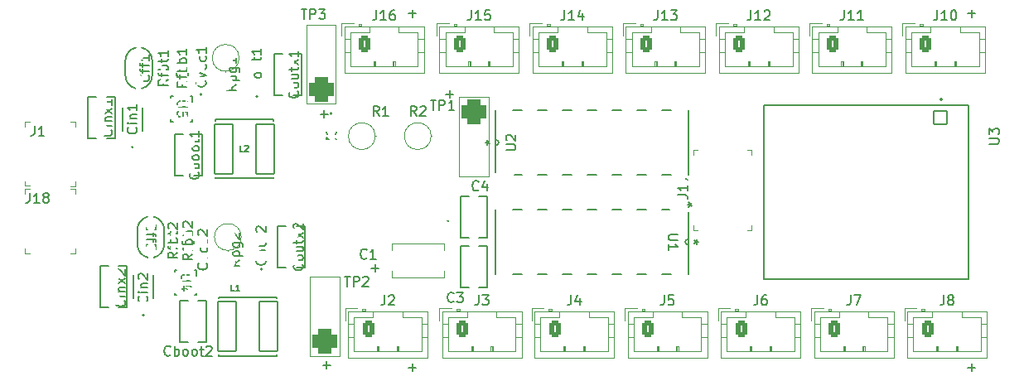
<source format=gto>
%TF.GenerationSoftware,KiCad,Pcbnew,7.0.10*%
%TF.CreationDate,2024-11-20T16:46:35-05:00*%
%TF.ProjectId,SDP25_MainPCB_V2,53445032-355f-44d6-9169-6e5043425f56,2*%
%TF.SameCoordinates,Original*%
%TF.FileFunction,Legend,Top*%
%TF.FilePolarity,Positive*%
%FSLAX46Y46*%
G04 Gerber Fmt 4.6, Leading zero omitted, Abs format (unit mm)*
G04 Created by KiCad (PCBNEW 7.0.10) date 2024-11-20 16:46:35*
%MOMM*%
%LPD*%
G01*
G04 APERTURE LIST*
G04 Aperture macros list*
%AMRoundRect*
0 Rectangle with rounded corners*
0 $1 Rounding radius*
0 $2 $3 $4 $5 $6 $7 $8 $9 X,Y pos of 4 corners*
0 Add a 4 corners polygon primitive as box body*
4,1,4,$2,$3,$4,$5,$6,$7,$8,$9,$2,$3,0*
0 Add four circle primitives for the rounded corners*
1,1,$1+$1,$2,$3*
1,1,$1+$1,$4,$5*
1,1,$1+$1,$6,$7*
1,1,$1+$1,$8,$9*
0 Add four rect primitives between the rounded corners*
20,1,$1+$1,$2,$3,$4,$5,0*
20,1,$1+$1,$4,$5,$6,$7,0*
20,1,$1+$1,$6,$7,$8,$9,0*
20,1,$1+$1,$8,$9,$2,$3,0*%
G04 Aperture macros list end*
%ADD10C,0.150000*%
%ADD11C,0.254000*%
%ADD12C,0.127000*%
%ADD13C,0.152400*%
%ADD14C,0.100000*%
%ADD15C,0.120000*%
%ADD16C,0.200000*%
%ADD17C,8.000000*%
%ADD18RoundRect,0.102000X-0.950000X-2.550000X0.950000X-2.550000X0.950000X2.550000X-0.950000X2.550000X0*%
%ADD19C,1.371600*%
%ADD20R,1.447800X1.066800*%
%ADD21R,0.889000X0.609600*%
%ADD22C,2.020000*%
%ADD23RoundRect,0.250000X-0.350000X-0.625000X0.350000X-0.625000X0.350000X0.625000X-0.350000X0.625000X0*%
%ADD24O,1.200000X1.750000*%
%ADD25R,1.803400X0.558800*%
%ADD26C,1.600000*%
%ADD27O,1.600000X1.600000*%
%ADD28R,1.295400X1.295400*%
%ADD29C,1.295400*%
%ADD30R,0.889000X0.965200*%
%ADD31RoundRect,0.650000X0.650000X-0.650000X0.650000X0.650000X-0.650000X0.650000X-0.650000X-0.650000X0*%
%ADD32C,2.600000*%
%ADD33RoundRect,0.650000X-0.650000X0.650000X-0.650000X-0.650000X0.650000X-0.650000X0.650000X0.650000X0*%
%ADD34C,2.100000*%
%ADD35R,2.500000X1.500000*%
%ADD36R,7.000000X7.000000*%
%ADD37C,1.117600*%
%ADD38R,0.249999X0.549999*%
%ADD39R,1.000000X0.249999*%
%ADD40R,1.300000X0.249999*%
%ADD41R,0.549999X0.249999*%
%ADD42R,0.499999X0.655599*%
%ADD43RoundRect,0.102000X-0.679000X0.679000X-0.679000X-0.679000X0.679000X-0.679000X0.679000X0.679000X0*%
%ADD44C,1.562000*%
G04 APERTURE END LIST*
D10*
X136226779Y-102358866D02*
X136988684Y-102358866D01*
X136607731Y-102739819D02*
X136607731Y-101977914D01*
X193376779Y-102358866D02*
X194138684Y-102358866D01*
X193757731Y-102739819D02*
X193757731Y-101977914D01*
X193376779Y-66163866D02*
X194138684Y-66163866D01*
X193757731Y-66544819D02*
X193757731Y-65782914D01*
X127463779Y-102104866D02*
X128225684Y-102104866D01*
X127844731Y-102485819D02*
X127844731Y-101723914D01*
X127933220Y-76457133D02*
X127171316Y-76457133D01*
X127552268Y-76076180D02*
X127552268Y-76838085D01*
X132416779Y-92198866D02*
X133178684Y-92198866D01*
X132797731Y-92579819D02*
X132797731Y-91817914D01*
X140036779Y-74418866D02*
X140798684Y-74418866D01*
X140417731Y-74799819D02*
X140417731Y-74037914D01*
X136226779Y-66163866D02*
X136988684Y-66163866D01*
X136607731Y-66544819D02*
X136607731Y-65782914D01*
X119273333Y-80298276D02*
X118968571Y-80298276D01*
X118968571Y-80298276D02*
X118968571Y-79658276D01*
X119456190Y-79719228D02*
X119486666Y-79688752D01*
X119486666Y-79688752D02*
X119547619Y-79658276D01*
X119547619Y-79658276D02*
X119700000Y-79658276D01*
X119700000Y-79658276D02*
X119760952Y-79688752D01*
X119760952Y-79688752D02*
X119791428Y-79719228D01*
X119791428Y-79719228D02*
X119821905Y-79780180D01*
X119821905Y-79780180D02*
X119821905Y-79841133D01*
X119821905Y-79841133D02*
X119791428Y-79932561D01*
X119791428Y-79932561D02*
X119425714Y-80298276D01*
X119425714Y-80298276D02*
X119821905Y-80298276D01*
X111855475Y-101070580D02*
X111807856Y-101118200D01*
X111807856Y-101118200D02*
X111664999Y-101165819D01*
X111664999Y-101165819D02*
X111569761Y-101165819D01*
X111569761Y-101165819D02*
X111426904Y-101118200D01*
X111426904Y-101118200D02*
X111331666Y-101022961D01*
X111331666Y-101022961D02*
X111284047Y-100927723D01*
X111284047Y-100927723D02*
X111236428Y-100737247D01*
X111236428Y-100737247D02*
X111236428Y-100594390D01*
X111236428Y-100594390D02*
X111284047Y-100403914D01*
X111284047Y-100403914D02*
X111331666Y-100308676D01*
X111331666Y-100308676D02*
X111426904Y-100213438D01*
X111426904Y-100213438D02*
X111569761Y-100165819D01*
X111569761Y-100165819D02*
X111664999Y-100165819D01*
X111664999Y-100165819D02*
X111807856Y-100213438D01*
X111807856Y-100213438D02*
X111855475Y-100261057D01*
X112284047Y-101165819D02*
X112284047Y-100165819D01*
X112284047Y-100546771D02*
X112379285Y-100499152D01*
X112379285Y-100499152D02*
X112569761Y-100499152D01*
X112569761Y-100499152D02*
X112664999Y-100546771D01*
X112664999Y-100546771D02*
X112712618Y-100594390D01*
X112712618Y-100594390D02*
X112760237Y-100689628D01*
X112760237Y-100689628D02*
X112760237Y-100975342D01*
X112760237Y-100975342D02*
X112712618Y-101070580D01*
X112712618Y-101070580D02*
X112664999Y-101118200D01*
X112664999Y-101118200D02*
X112569761Y-101165819D01*
X112569761Y-101165819D02*
X112379285Y-101165819D01*
X112379285Y-101165819D02*
X112284047Y-101118200D01*
X113331666Y-101165819D02*
X113236428Y-101118200D01*
X113236428Y-101118200D02*
X113188809Y-101070580D01*
X113188809Y-101070580D02*
X113141190Y-100975342D01*
X113141190Y-100975342D02*
X113141190Y-100689628D01*
X113141190Y-100689628D02*
X113188809Y-100594390D01*
X113188809Y-100594390D02*
X113236428Y-100546771D01*
X113236428Y-100546771D02*
X113331666Y-100499152D01*
X113331666Y-100499152D02*
X113474523Y-100499152D01*
X113474523Y-100499152D02*
X113569761Y-100546771D01*
X113569761Y-100546771D02*
X113617380Y-100594390D01*
X113617380Y-100594390D02*
X113664999Y-100689628D01*
X113664999Y-100689628D02*
X113664999Y-100975342D01*
X113664999Y-100975342D02*
X113617380Y-101070580D01*
X113617380Y-101070580D02*
X113569761Y-101118200D01*
X113569761Y-101118200D02*
X113474523Y-101165819D01*
X113474523Y-101165819D02*
X113331666Y-101165819D01*
X114236428Y-101165819D02*
X114141190Y-101118200D01*
X114141190Y-101118200D02*
X114093571Y-101070580D01*
X114093571Y-101070580D02*
X114045952Y-100975342D01*
X114045952Y-100975342D02*
X114045952Y-100689628D01*
X114045952Y-100689628D02*
X114093571Y-100594390D01*
X114093571Y-100594390D02*
X114141190Y-100546771D01*
X114141190Y-100546771D02*
X114236428Y-100499152D01*
X114236428Y-100499152D02*
X114379285Y-100499152D01*
X114379285Y-100499152D02*
X114474523Y-100546771D01*
X114474523Y-100546771D02*
X114522142Y-100594390D01*
X114522142Y-100594390D02*
X114569761Y-100689628D01*
X114569761Y-100689628D02*
X114569761Y-100975342D01*
X114569761Y-100975342D02*
X114522142Y-101070580D01*
X114522142Y-101070580D02*
X114474523Y-101118200D01*
X114474523Y-101118200D02*
X114379285Y-101165819D01*
X114379285Y-101165819D02*
X114236428Y-101165819D01*
X114855476Y-100499152D02*
X115236428Y-100499152D01*
X114998333Y-100165819D02*
X114998333Y-101022961D01*
X114998333Y-101022961D02*
X115045952Y-101118200D01*
X115045952Y-101118200D02*
X115141190Y-101165819D01*
X115141190Y-101165819D02*
X115236428Y-101165819D01*
X115522143Y-100261057D02*
X115569762Y-100213438D01*
X115569762Y-100213438D02*
X115665000Y-100165819D01*
X115665000Y-100165819D02*
X115903095Y-100165819D01*
X115903095Y-100165819D02*
X115998333Y-100213438D01*
X115998333Y-100213438D02*
X116045952Y-100261057D01*
X116045952Y-100261057D02*
X116093571Y-100356295D01*
X116093571Y-100356295D02*
X116093571Y-100451533D01*
X116093571Y-100451533D02*
X116045952Y-100594390D01*
X116045952Y-100594390D02*
X115474524Y-101165819D01*
X115474524Y-101165819D02*
X116093571Y-101165819D01*
X127910419Y-78547933D02*
X127862800Y-78500314D01*
X127862800Y-78500314D02*
X127815180Y-78357457D01*
X127815180Y-78357457D02*
X127815180Y-78262219D01*
X127815180Y-78262219D02*
X127862800Y-78119362D01*
X127862800Y-78119362D02*
X127958038Y-78024124D01*
X127958038Y-78024124D02*
X128053276Y-77976505D01*
X128053276Y-77976505D02*
X128243752Y-77928886D01*
X128243752Y-77928886D02*
X128386609Y-77928886D01*
X128386609Y-77928886D02*
X128577085Y-77976505D01*
X128577085Y-77976505D02*
X128672323Y-78024124D01*
X128672323Y-78024124D02*
X128767561Y-78119362D01*
X128767561Y-78119362D02*
X128815180Y-78262219D01*
X128815180Y-78262219D02*
X128815180Y-78357457D01*
X128815180Y-78357457D02*
X128767561Y-78500314D01*
X128767561Y-78500314D02*
X128719942Y-78547933D01*
X128719942Y-78928886D02*
X128767561Y-78976505D01*
X128767561Y-78976505D02*
X128815180Y-79071743D01*
X128815180Y-79071743D02*
X128815180Y-79309838D01*
X128815180Y-79309838D02*
X128767561Y-79405076D01*
X128767561Y-79405076D02*
X128719942Y-79452695D01*
X128719942Y-79452695D02*
X128624704Y-79500314D01*
X128624704Y-79500314D02*
X128529466Y-79500314D01*
X128529466Y-79500314D02*
X128386609Y-79452695D01*
X128386609Y-79452695D02*
X127815180Y-78881267D01*
X127815180Y-78881267D02*
X127815180Y-79500314D01*
X114119819Y-90765143D02*
X113643628Y-91098476D01*
X114119819Y-91336571D02*
X113119819Y-91336571D01*
X113119819Y-91336571D02*
X113119819Y-90955619D01*
X113119819Y-90955619D02*
X113167438Y-90860381D01*
X113167438Y-90860381D02*
X113215057Y-90812762D01*
X113215057Y-90812762D02*
X113310295Y-90765143D01*
X113310295Y-90765143D02*
X113453152Y-90765143D01*
X113453152Y-90765143D02*
X113548390Y-90812762D01*
X113548390Y-90812762D02*
X113596009Y-90860381D01*
X113596009Y-90860381D02*
X113643628Y-90955619D01*
X113643628Y-90955619D02*
X113643628Y-91336571D01*
X113453152Y-90479428D02*
X113453152Y-90098476D01*
X114119819Y-90336571D02*
X113262676Y-90336571D01*
X113262676Y-90336571D02*
X113167438Y-90288952D01*
X113167438Y-90288952D02*
X113119819Y-90193714D01*
X113119819Y-90193714D02*
X113119819Y-90098476D01*
X114119819Y-89765142D02*
X113119819Y-89765142D01*
X113500771Y-89765142D02*
X113453152Y-89669904D01*
X113453152Y-89669904D02*
X113453152Y-89479428D01*
X113453152Y-89479428D02*
X113500771Y-89384190D01*
X113500771Y-89384190D02*
X113548390Y-89336571D01*
X113548390Y-89336571D02*
X113643628Y-89288952D01*
X113643628Y-89288952D02*
X113929342Y-89288952D01*
X113929342Y-89288952D02*
X114024580Y-89336571D01*
X114024580Y-89336571D02*
X114072200Y-89384190D01*
X114072200Y-89384190D02*
X114119819Y-89479428D01*
X114119819Y-89479428D02*
X114119819Y-89669904D01*
X114119819Y-89669904D02*
X114072200Y-89765142D01*
X114119819Y-88860380D02*
X113119819Y-88860380D01*
X113500771Y-88860380D02*
X113453152Y-88765142D01*
X113453152Y-88765142D02*
X113453152Y-88574666D01*
X113453152Y-88574666D02*
X113500771Y-88479428D01*
X113500771Y-88479428D02*
X113548390Y-88431809D01*
X113548390Y-88431809D02*
X113643628Y-88384190D01*
X113643628Y-88384190D02*
X113929342Y-88384190D01*
X113929342Y-88384190D02*
X114024580Y-88431809D01*
X114024580Y-88431809D02*
X114072200Y-88479428D01*
X114072200Y-88479428D02*
X114119819Y-88574666D01*
X114119819Y-88574666D02*
X114119819Y-88765142D01*
X114119819Y-88765142D02*
X114072200Y-88860380D01*
X113215057Y-88003237D02*
X113167438Y-87955618D01*
X113167438Y-87955618D02*
X113119819Y-87860380D01*
X113119819Y-87860380D02*
X113119819Y-87622285D01*
X113119819Y-87622285D02*
X113167438Y-87527047D01*
X113167438Y-87527047D02*
X113215057Y-87479428D01*
X113215057Y-87479428D02*
X113310295Y-87431809D01*
X113310295Y-87431809D02*
X113405533Y-87431809D01*
X113405533Y-87431809D02*
X113548390Y-87479428D01*
X113548390Y-87479428D02*
X114119819Y-88050856D01*
X114119819Y-88050856D02*
X114119819Y-87431809D01*
X97964666Y-77686819D02*
X97964666Y-78401104D01*
X97964666Y-78401104D02*
X97917047Y-78543961D01*
X97917047Y-78543961D02*
X97821809Y-78639200D01*
X97821809Y-78639200D02*
X97678952Y-78686819D01*
X97678952Y-78686819D02*
X97583714Y-78686819D01*
X98964666Y-78686819D02*
X98393238Y-78686819D01*
X98678952Y-78686819D02*
X98678952Y-77686819D01*
X98678952Y-77686819D02*
X98583714Y-77829676D01*
X98583714Y-77829676D02*
X98488476Y-77924914D01*
X98488476Y-77924914D02*
X98393238Y-77972533D01*
X113523819Y-73112143D02*
X113047628Y-73445476D01*
X113523819Y-73683571D02*
X112523819Y-73683571D01*
X112523819Y-73683571D02*
X112523819Y-73302619D01*
X112523819Y-73302619D02*
X112571438Y-73207381D01*
X112571438Y-73207381D02*
X112619057Y-73159762D01*
X112619057Y-73159762D02*
X112714295Y-73112143D01*
X112714295Y-73112143D02*
X112857152Y-73112143D01*
X112857152Y-73112143D02*
X112952390Y-73159762D01*
X112952390Y-73159762D02*
X113000009Y-73207381D01*
X113000009Y-73207381D02*
X113047628Y-73302619D01*
X113047628Y-73302619D02*
X113047628Y-73683571D01*
X112857152Y-72826428D02*
X112857152Y-72445476D01*
X113523819Y-72683571D02*
X112666676Y-72683571D01*
X112666676Y-72683571D02*
X112571438Y-72635952D01*
X112571438Y-72635952D02*
X112523819Y-72540714D01*
X112523819Y-72540714D02*
X112523819Y-72445476D01*
X113523819Y-72112142D02*
X112523819Y-72112142D01*
X112904771Y-72112142D02*
X112857152Y-72016904D01*
X112857152Y-72016904D02*
X112857152Y-71826428D01*
X112857152Y-71826428D02*
X112904771Y-71731190D01*
X112904771Y-71731190D02*
X112952390Y-71683571D01*
X112952390Y-71683571D02*
X113047628Y-71635952D01*
X113047628Y-71635952D02*
X113333342Y-71635952D01*
X113333342Y-71635952D02*
X113428580Y-71683571D01*
X113428580Y-71683571D02*
X113476200Y-71731190D01*
X113476200Y-71731190D02*
X113523819Y-71826428D01*
X113523819Y-71826428D02*
X113523819Y-72016904D01*
X113523819Y-72016904D02*
X113476200Y-72112142D01*
X113523819Y-71207380D02*
X112523819Y-71207380D01*
X112904771Y-71207380D02*
X112857152Y-71112142D01*
X112857152Y-71112142D02*
X112857152Y-70921666D01*
X112857152Y-70921666D02*
X112904771Y-70826428D01*
X112904771Y-70826428D02*
X112952390Y-70778809D01*
X112952390Y-70778809D02*
X113047628Y-70731190D01*
X113047628Y-70731190D02*
X113333342Y-70731190D01*
X113333342Y-70731190D02*
X113428580Y-70778809D01*
X113428580Y-70778809D02*
X113476200Y-70826428D01*
X113476200Y-70826428D02*
X113523819Y-70921666D01*
X113523819Y-70921666D02*
X113523819Y-71112142D01*
X113523819Y-71112142D02*
X113476200Y-71207380D01*
X113523819Y-69778809D02*
X113523819Y-70350237D01*
X113523819Y-70064523D02*
X112523819Y-70064523D01*
X112523819Y-70064523D02*
X112666676Y-70159761D01*
X112666676Y-70159761D02*
X112761914Y-70254999D01*
X112761914Y-70254999D02*
X112809533Y-70350237D01*
X190896666Y-94979819D02*
X190896666Y-95694104D01*
X190896666Y-95694104D02*
X190849047Y-95836961D01*
X190849047Y-95836961D02*
X190753809Y-95932200D01*
X190753809Y-95932200D02*
X190610952Y-95979819D01*
X190610952Y-95979819D02*
X190515714Y-95979819D01*
X191515714Y-95408390D02*
X191420476Y-95360771D01*
X191420476Y-95360771D02*
X191372857Y-95313152D01*
X191372857Y-95313152D02*
X191325238Y-95217914D01*
X191325238Y-95217914D02*
X191325238Y-95170295D01*
X191325238Y-95170295D02*
X191372857Y-95075057D01*
X191372857Y-95075057D02*
X191420476Y-95027438D01*
X191420476Y-95027438D02*
X191515714Y-94979819D01*
X191515714Y-94979819D02*
X191706190Y-94979819D01*
X191706190Y-94979819D02*
X191801428Y-95027438D01*
X191801428Y-95027438D02*
X191849047Y-95075057D01*
X191849047Y-95075057D02*
X191896666Y-95170295D01*
X191896666Y-95170295D02*
X191896666Y-95217914D01*
X191896666Y-95217914D02*
X191849047Y-95313152D01*
X191849047Y-95313152D02*
X191801428Y-95360771D01*
X191801428Y-95360771D02*
X191706190Y-95408390D01*
X191706190Y-95408390D02*
X191515714Y-95408390D01*
X191515714Y-95408390D02*
X191420476Y-95456009D01*
X191420476Y-95456009D02*
X191372857Y-95503628D01*
X191372857Y-95503628D02*
X191325238Y-95598866D01*
X191325238Y-95598866D02*
X191325238Y-95789342D01*
X191325238Y-95789342D02*
X191372857Y-95884580D01*
X191372857Y-95884580D02*
X191420476Y-95932200D01*
X191420476Y-95932200D02*
X191515714Y-95979819D01*
X191515714Y-95979819D02*
X191706190Y-95979819D01*
X191706190Y-95979819D02*
X191801428Y-95932200D01*
X191801428Y-95932200D02*
X191849047Y-95884580D01*
X191849047Y-95884580D02*
X191896666Y-95789342D01*
X191896666Y-95789342D02*
X191896666Y-95598866D01*
X191896666Y-95598866D02*
X191849047Y-95503628D01*
X191849047Y-95503628D02*
X191801428Y-95456009D01*
X191801428Y-95456009D02*
X191706190Y-95408390D01*
X171180476Y-65854819D02*
X171180476Y-66569104D01*
X171180476Y-66569104D02*
X171132857Y-66711961D01*
X171132857Y-66711961D02*
X171037619Y-66807200D01*
X171037619Y-66807200D02*
X170894762Y-66854819D01*
X170894762Y-66854819D02*
X170799524Y-66854819D01*
X172180476Y-66854819D02*
X171609048Y-66854819D01*
X171894762Y-66854819D02*
X171894762Y-65854819D01*
X171894762Y-65854819D02*
X171799524Y-65997676D01*
X171799524Y-65997676D02*
X171704286Y-66092914D01*
X171704286Y-66092914D02*
X171609048Y-66140533D01*
X172561429Y-65950057D02*
X172609048Y-65902438D01*
X172609048Y-65902438D02*
X172704286Y-65854819D01*
X172704286Y-65854819D02*
X172942381Y-65854819D01*
X172942381Y-65854819D02*
X173037619Y-65902438D01*
X173037619Y-65902438D02*
X173085238Y-65950057D01*
X173085238Y-65950057D02*
X173132857Y-66045295D01*
X173132857Y-66045295D02*
X173132857Y-66140533D01*
X173132857Y-66140533D02*
X173085238Y-66283390D01*
X173085238Y-66283390D02*
X172513810Y-66854819D01*
X172513810Y-66854819D02*
X173132857Y-66854819D01*
X109452580Y-95091142D02*
X109500200Y-95138761D01*
X109500200Y-95138761D02*
X109547819Y-95281618D01*
X109547819Y-95281618D02*
X109547819Y-95376856D01*
X109547819Y-95376856D02*
X109500200Y-95519713D01*
X109500200Y-95519713D02*
X109404961Y-95614951D01*
X109404961Y-95614951D02*
X109309723Y-95662570D01*
X109309723Y-95662570D02*
X109119247Y-95710189D01*
X109119247Y-95710189D02*
X108976390Y-95710189D01*
X108976390Y-95710189D02*
X108785914Y-95662570D01*
X108785914Y-95662570D02*
X108690676Y-95614951D01*
X108690676Y-95614951D02*
X108595438Y-95519713D01*
X108595438Y-95519713D02*
X108547819Y-95376856D01*
X108547819Y-95376856D02*
X108547819Y-95281618D01*
X108547819Y-95281618D02*
X108595438Y-95138761D01*
X108595438Y-95138761D02*
X108643057Y-95091142D01*
X109547819Y-94662570D02*
X108881152Y-94662570D01*
X108547819Y-94662570D02*
X108595438Y-94710189D01*
X108595438Y-94710189D02*
X108643057Y-94662570D01*
X108643057Y-94662570D02*
X108595438Y-94614951D01*
X108595438Y-94614951D02*
X108547819Y-94662570D01*
X108547819Y-94662570D02*
X108643057Y-94662570D01*
X108881152Y-94186380D02*
X109547819Y-94186380D01*
X108976390Y-94186380D02*
X108928771Y-94138761D01*
X108928771Y-94138761D02*
X108881152Y-94043523D01*
X108881152Y-94043523D02*
X108881152Y-93900666D01*
X108881152Y-93900666D02*
X108928771Y-93805428D01*
X108928771Y-93805428D02*
X109024009Y-93757809D01*
X109024009Y-93757809D02*
X109547819Y-93757809D01*
X108643057Y-93329237D02*
X108595438Y-93281618D01*
X108595438Y-93281618D02*
X108547819Y-93186380D01*
X108547819Y-93186380D02*
X108547819Y-92948285D01*
X108547819Y-92948285D02*
X108595438Y-92853047D01*
X108595438Y-92853047D02*
X108643057Y-92805428D01*
X108643057Y-92805428D02*
X108738295Y-92757809D01*
X108738295Y-92757809D02*
X108833533Y-92757809D01*
X108833533Y-92757809D02*
X108976390Y-92805428D01*
X108976390Y-92805428D02*
X109547819Y-93376856D01*
X109547819Y-93376856D02*
X109547819Y-92757809D01*
X136993333Y-76654819D02*
X136660000Y-76178628D01*
X136421905Y-76654819D02*
X136421905Y-75654819D01*
X136421905Y-75654819D02*
X136802857Y-75654819D01*
X136802857Y-75654819D02*
X136898095Y-75702438D01*
X136898095Y-75702438D02*
X136945714Y-75750057D01*
X136945714Y-75750057D02*
X136993333Y-75845295D01*
X136993333Y-75845295D02*
X136993333Y-75988152D01*
X136993333Y-75988152D02*
X136945714Y-76083390D01*
X136945714Y-76083390D02*
X136898095Y-76131009D01*
X136898095Y-76131009D02*
X136802857Y-76178628D01*
X136802857Y-76178628D02*
X136421905Y-76178628D01*
X137374286Y-75750057D02*
X137421905Y-75702438D01*
X137421905Y-75702438D02*
X137517143Y-75654819D01*
X137517143Y-75654819D02*
X137755238Y-75654819D01*
X137755238Y-75654819D02*
X137850476Y-75702438D01*
X137850476Y-75702438D02*
X137898095Y-75750057D01*
X137898095Y-75750057D02*
X137945714Y-75845295D01*
X137945714Y-75845295D02*
X137945714Y-75940533D01*
X137945714Y-75940533D02*
X137898095Y-76083390D01*
X137898095Y-76083390D02*
X137326667Y-76654819D01*
X137326667Y-76654819D02*
X137945714Y-76654819D01*
X124858580Y-74151905D02*
X124906200Y-74199524D01*
X124906200Y-74199524D02*
X124953819Y-74342381D01*
X124953819Y-74342381D02*
X124953819Y-74437619D01*
X124953819Y-74437619D02*
X124906200Y-74580476D01*
X124906200Y-74580476D02*
X124810961Y-74675714D01*
X124810961Y-74675714D02*
X124715723Y-74723333D01*
X124715723Y-74723333D02*
X124525247Y-74770952D01*
X124525247Y-74770952D02*
X124382390Y-74770952D01*
X124382390Y-74770952D02*
X124191914Y-74723333D01*
X124191914Y-74723333D02*
X124096676Y-74675714D01*
X124096676Y-74675714D02*
X124001438Y-74580476D01*
X124001438Y-74580476D02*
X123953819Y-74437619D01*
X123953819Y-74437619D02*
X123953819Y-74342381D01*
X123953819Y-74342381D02*
X124001438Y-74199524D01*
X124001438Y-74199524D02*
X124049057Y-74151905D01*
X124953819Y-73580476D02*
X124906200Y-73675714D01*
X124906200Y-73675714D02*
X124858580Y-73723333D01*
X124858580Y-73723333D02*
X124763342Y-73770952D01*
X124763342Y-73770952D02*
X124477628Y-73770952D01*
X124477628Y-73770952D02*
X124382390Y-73723333D01*
X124382390Y-73723333D02*
X124334771Y-73675714D01*
X124334771Y-73675714D02*
X124287152Y-73580476D01*
X124287152Y-73580476D02*
X124287152Y-73437619D01*
X124287152Y-73437619D02*
X124334771Y-73342381D01*
X124334771Y-73342381D02*
X124382390Y-73294762D01*
X124382390Y-73294762D02*
X124477628Y-73247143D01*
X124477628Y-73247143D02*
X124763342Y-73247143D01*
X124763342Y-73247143D02*
X124858580Y-73294762D01*
X124858580Y-73294762D02*
X124906200Y-73342381D01*
X124906200Y-73342381D02*
X124953819Y-73437619D01*
X124953819Y-73437619D02*
X124953819Y-73580476D01*
X124287152Y-72390000D02*
X124953819Y-72390000D01*
X124287152Y-72818571D02*
X124810961Y-72818571D01*
X124810961Y-72818571D02*
X124906200Y-72770952D01*
X124906200Y-72770952D02*
X124953819Y-72675714D01*
X124953819Y-72675714D02*
X124953819Y-72532857D01*
X124953819Y-72532857D02*
X124906200Y-72437619D01*
X124906200Y-72437619D02*
X124858580Y-72390000D01*
X124287152Y-72056666D02*
X124287152Y-71675714D01*
X123953819Y-71913809D02*
X124810961Y-71913809D01*
X124810961Y-71913809D02*
X124906200Y-71866190D01*
X124906200Y-71866190D02*
X124953819Y-71770952D01*
X124953819Y-71770952D02*
X124953819Y-71675714D01*
X124953819Y-71437618D02*
X124287152Y-70913809D01*
X124287152Y-71437618D02*
X124953819Y-70913809D01*
X124953819Y-70009047D02*
X124953819Y-70580475D01*
X124953819Y-70294761D02*
X123953819Y-70294761D01*
X123953819Y-70294761D02*
X124096676Y-70389999D01*
X124096676Y-70389999D02*
X124191914Y-70485237D01*
X124191914Y-70485237D02*
X124239533Y-70580475D01*
X152796666Y-94979819D02*
X152796666Y-95694104D01*
X152796666Y-95694104D02*
X152749047Y-95836961D01*
X152749047Y-95836961D02*
X152653809Y-95932200D01*
X152653809Y-95932200D02*
X152510952Y-95979819D01*
X152510952Y-95979819D02*
X152415714Y-95979819D01*
X153701428Y-95313152D02*
X153701428Y-95979819D01*
X153463333Y-94932200D02*
X153225238Y-95646485D01*
X153225238Y-95646485D02*
X153844285Y-95646485D01*
X163740180Y-88773095D02*
X162930657Y-88773095D01*
X162930657Y-88773095D02*
X162835419Y-88820714D01*
X162835419Y-88820714D02*
X162787800Y-88868333D01*
X162787800Y-88868333D02*
X162740180Y-88963571D01*
X162740180Y-88963571D02*
X162740180Y-89154047D01*
X162740180Y-89154047D02*
X162787800Y-89249285D01*
X162787800Y-89249285D02*
X162835419Y-89296904D01*
X162835419Y-89296904D02*
X162930657Y-89344523D01*
X162930657Y-89344523D02*
X163740180Y-89344523D01*
X162740180Y-90344523D02*
X162740180Y-89773095D01*
X162740180Y-90058809D02*
X163740180Y-90058809D01*
X163740180Y-90058809D02*
X163597323Y-89963571D01*
X163597323Y-89963571D02*
X163502085Y-89868333D01*
X163502085Y-89868333D02*
X163454466Y-89773095D01*
X165784880Y-89535000D02*
X165546785Y-89535000D01*
X165642023Y-89296905D02*
X165546785Y-89535000D01*
X165546785Y-89535000D02*
X165642023Y-89773095D01*
X165356309Y-89392143D02*
X165546785Y-89535000D01*
X165546785Y-89535000D02*
X165356309Y-89677857D01*
X164694519Y-85724999D02*
X164932614Y-85724999D01*
X164837376Y-85963094D02*
X164932614Y-85724999D01*
X164932614Y-85724999D02*
X164837376Y-85486904D01*
X165123090Y-85867856D02*
X164932614Y-85724999D01*
X164932614Y-85724999D02*
X165123090Y-85582142D01*
X115548580Y-91701762D02*
X115596200Y-91749381D01*
X115596200Y-91749381D02*
X115643819Y-91892238D01*
X115643819Y-91892238D02*
X115643819Y-91987476D01*
X115643819Y-91987476D02*
X115596200Y-92130333D01*
X115596200Y-92130333D02*
X115500961Y-92225571D01*
X115500961Y-92225571D02*
X115405723Y-92273190D01*
X115405723Y-92273190D02*
X115215247Y-92320809D01*
X115215247Y-92320809D02*
X115072390Y-92320809D01*
X115072390Y-92320809D02*
X114881914Y-92273190D01*
X114881914Y-92273190D02*
X114786676Y-92225571D01*
X114786676Y-92225571D02*
X114691438Y-92130333D01*
X114691438Y-92130333D02*
X114643819Y-91987476D01*
X114643819Y-91987476D02*
X114643819Y-91892238D01*
X114643819Y-91892238D02*
X114691438Y-91749381D01*
X114691438Y-91749381D02*
X114739057Y-91701762D01*
X114977152Y-91368428D02*
X115643819Y-91130333D01*
X115643819Y-91130333D02*
X114977152Y-90892238D01*
X115596200Y-90082714D02*
X115643819Y-90177952D01*
X115643819Y-90177952D02*
X115643819Y-90368428D01*
X115643819Y-90368428D02*
X115596200Y-90463666D01*
X115596200Y-90463666D02*
X115548580Y-90511285D01*
X115548580Y-90511285D02*
X115453342Y-90558904D01*
X115453342Y-90558904D02*
X115167628Y-90558904D01*
X115167628Y-90558904D02*
X115072390Y-90511285D01*
X115072390Y-90511285D02*
X115024771Y-90463666D01*
X115024771Y-90463666D02*
X114977152Y-90368428D01*
X114977152Y-90368428D02*
X114977152Y-90177952D01*
X114977152Y-90177952D02*
X115024771Y-90082714D01*
X115596200Y-89225571D02*
X115643819Y-89320809D01*
X115643819Y-89320809D02*
X115643819Y-89511285D01*
X115643819Y-89511285D02*
X115596200Y-89606523D01*
X115596200Y-89606523D02*
X115548580Y-89654142D01*
X115548580Y-89654142D02*
X115453342Y-89701761D01*
X115453342Y-89701761D02*
X115167628Y-89701761D01*
X115167628Y-89701761D02*
X115072390Y-89654142D01*
X115072390Y-89654142D02*
X115024771Y-89606523D01*
X115024771Y-89606523D02*
X114977152Y-89511285D01*
X114977152Y-89511285D02*
X114977152Y-89320809D01*
X114977152Y-89320809D02*
X115024771Y-89225571D01*
X114739057Y-88844618D02*
X114691438Y-88796999D01*
X114691438Y-88796999D02*
X114643819Y-88701761D01*
X114643819Y-88701761D02*
X114643819Y-88463666D01*
X114643819Y-88463666D02*
X114691438Y-88368428D01*
X114691438Y-88368428D02*
X114739057Y-88320809D01*
X114739057Y-88320809D02*
X114834295Y-88273190D01*
X114834295Y-88273190D02*
X114929533Y-88273190D01*
X114929533Y-88273190D02*
X115072390Y-88320809D01*
X115072390Y-88320809D02*
X115643819Y-88892237D01*
X115643819Y-88892237D02*
X115643819Y-88273190D01*
X107166580Y-95495904D02*
X107214200Y-95543523D01*
X107214200Y-95543523D02*
X107261819Y-95686380D01*
X107261819Y-95686380D02*
X107261819Y-95781618D01*
X107261819Y-95781618D02*
X107214200Y-95924475D01*
X107214200Y-95924475D02*
X107118961Y-96019713D01*
X107118961Y-96019713D02*
X107023723Y-96067332D01*
X107023723Y-96067332D02*
X106833247Y-96114951D01*
X106833247Y-96114951D02*
X106690390Y-96114951D01*
X106690390Y-96114951D02*
X106499914Y-96067332D01*
X106499914Y-96067332D02*
X106404676Y-96019713D01*
X106404676Y-96019713D02*
X106309438Y-95924475D01*
X106309438Y-95924475D02*
X106261819Y-95781618D01*
X106261819Y-95781618D02*
X106261819Y-95686380D01*
X106261819Y-95686380D02*
X106309438Y-95543523D01*
X106309438Y-95543523D02*
X106357057Y-95495904D01*
X107261819Y-95067332D02*
X106595152Y-95067332D01*
X106261819Y-95067332D02*
X106309438Y-95114951D01*
X106309438Y-95114951D02*
X106357057Y-95067332D01*
X106357057Y-95067332D02*
X106309438Y-95019713D01*
X106309438Y-95019713D02*
X106261819Y-95067332D01*
X106261819Y-95067332D02*
X106357057Y-95067332D01*
X106595152Y-94591142D02*
X107261819Y-94591142D01*
X106690390Y-94591142D02*
X106642771Y-94543523D01*
X106642771Y-94543523D02*
X106595152Y-94448285D01*
X106595152Y-94448285D02*
X106595152Y-94305428D01*
X106595152Y-94305428D02*
X106642771Y-94210190D01*
X106642771Y-94210190D02*
X106738009Y-94162571D01*
X106738009Y-94162571D02*
X107261819Y-94162571D01*
X107261819Y-93781618D02*
X106595152Y-93257809D01*
X106595152Y-93781618D02*
X107261819Y-93257809D01*
X106357057Y-92924475D02*
X106309438Y-92876856D01*
X106309438Y-92876856D02*
X106261819Y-92781618D01*
X106261819Y-92781618D02*
X106261819Y-92543523D01*
X106261819Y-92543523D02*
X106309438Y-92448285D01*
X106309438Y-92448285D02*
X106357057Y-92400666D01*
X106357057Y-92400666D02*
X106452295Y-92353047D01*
X106452295Y-92353047D02*
X106547533Y-92353047D01*
X106547533Y-92353047D02*
X106690390Y-92400666D01*
X106690390Y-92400666D02*
X107261819Y-92972094D01*
X107261819Y-92972094D02*
X107261819Y-92353047D01*
X121517580Y-91273143D02*
X121565200Y-91320762D01*
X121565200Y-91320762D02*
X121612819Y-91463619D01*
X121612819Y-91463619D02*
X121612819Y-91558857D01*
X121612819Y-91558857D02*
X121565200Y-91701714D01*
X121565200Y-91701714D02*
X121469961Y-91796952D01*
X121469961Y-91796952D02*
X121374723Y-91844571D01*
X121374723Y-91844571D02*
X121184247Y-91892190D01*
X121184247Y-91892190D02*
X121041390Y-91892190D01*
X121041390Y-91892190D02*
X120850914Y-91844571D01*
X120850914Y-91844571D02*
X120755676Y-91796952D01*
X120755676Y-91796952D02*
X120660438Y-91701714D01*
X120660438Y-91701714D02*
X120612819Y-91558857D01*
X120612819Y-91558857D02*
X120612819Y-91463619D01*
X120612819Y-91463619D02*
X120660438Y-91320762D01*
X120660438Y-91320762D02*
X120708057Y-91273143D01*
X121612819Y-90701714D02*
X121565200Y-90796952D01*
X121565200Y-90796952D02*
X121517580Y-90844571D01*
X121517580Y-90844571D02*
X121422342Y-90892190D01*
X121422342Y-90892190D02*
X121136628Y-90892190D01*
X121136628Y-90892190D02*
X121041390Y-90844571D01*
X121041390Y-90844571D02*
X120993771Y-90796952D01*
X120993771Y-90796952D02*
X120946152Y-90701714D01*
X120946152Y-90701714D02*
X120946152Y-90558857D01*
X120946152Y-90558857D02*
X120993771Y-90463619D01*
X120993771Y-90463619D02*
X121041390Y-90416000D01*
X121041390Y-90416000D02*
X121136628Y-90368381D01*
X121136628Y-90368381D02*
X121422342Y-90368381D01*
X121422342Y-90368381D02*
X121517580Y-90416000D01*
X121517580Y-90416000D02*
X121565200Y-90463619D01*
X121565200Y-90463619D02*
X121612819Y-90558857D01*
X121612819Y-90558857D02*
X121612819Y-90701714D01*
X120946152Y-89511238D02*
X121612819Y-89511238D01*
X120946152Y-89939809D02*
X121469961Y-89939809D01*
X121469961Y-89939809D02*
X121565200Y-89892190D01*
X121565200Y-89892190D02*
X121612819Y-89796952D01*
X121612819Y-89796952D02*
X121612819Y-89654095D01*
X121612819Y-89654095D02*
X121565200Y-89558857D01*
X121565200Y-89558857D02*
X121517580Y-89511238D01*
X120946152Y-89177904D02*
X120946152Y-88796952D01*
X120612819Y-89035047D02*
X121469961Y-89035047D01*
X121469961Y-89035047D02*
X121565200Y-88987428D01*
X121565200Y-88987428D02*
X121612819Y-88892190D01*
X121612819Y-88892190D02*
X121612819Y-88796952D01*
X120708057Y-88511237D02*
X120660438Y-88463618D01*
X120660438Y-88463618D02*
X120612819Y-88368380D01*
X120612819Y-88368380D02*
X120612819Y-88130285D01*
X120612819Y-88130285D02*
X120660438Y-88035047D01*
X120660438Y-88035047D02*
X120708057Y-87987428D01*
X120708057Y-87987428D02*
X120803295Y-87939809D01*
X120803295Y-87939809D02*
X120898533Y-87939809D01*
X120898533Y-87939809D02*
X121041390Y-87987428D01*
X121041390Y-87987428D02*
X121612819Y-88558856D01*
X121612819Y-88558856D02*
X121612819Y-87939809D01*
X133183333Y-76654819D02*
X132850000Y-76178628D01*
X132611905Y-76654819D02*
X132611905Y-75654819D01*
X132611905Y-75654819D02*
X132992857Y-75654819D01*
X132992857Y-75654819D02*
X133088095Y-75702438D01*
X133088095Y-75702438D02*
X133135714Y-75750057D01*
X133135714Y-75750057D02*
X133183333Y-75845295D01*
X133183333Y-75845295D02*
X133183333Y-75988152D01*
X133183333Y-75988152D02*
X133135714Y-76083390D01*
X133135714Y-76083390D02*
X133088095Y-76131009D01*
X133088095Y-76131009D02*
X132992857Y-76178628D01*
X132992857Y-76178628D02*
X132611905Y-76178628D01*
X134135714Y-76654819D02*
X133564286Y-76654819D01*
X133850000Y-76654819D02*
X133850000Y-75654819D01*
X133850000Y-75654819D02*
X133754762Y-75797676D01*
X133754762Y-75797676D02*
X133659524Y-75892914D01*
X133659524Y-75892914D02*
X133564286Y-75940533D01*
X190230476Y-65854819D02*
X190230476Y-66569104D01*
X190230476Y-66569104D02*
X190182857Y-66711961D01*
X190182857Y-66711961D02*
X190087619Y-66807200D01*
X190087619Y-66807200D02*
X189944762Y-66854819D01*
X189944762Y-66854819D02*
X189849524Y-66854819D01*
X191230476Y-66854819D02*
X190659048Y-66854819D01*
X190944762Y-66854819D02*
X190944762Y-65854819D01*
X190944762Y-65854819D02*
X190849524Y-65997676D01*
X190849524Y-65997676D02*
X190754286Y-66092914D01*
X190754286Y-66092914D02*
X190659048Y-66140533D01*
X191849524Y-65854819D02*
X191944762Y-65854819D01*
X191944762Y-65854819D02*
X192040000Y-65902438D01*
X192040000Y-65902438D02*
X192087619Y-65950057D01*
X192087619Y-65950057D02*
X192135238Y-66045295D01*
X192135238Y-66045295D02*
X192182857Y-66235771D01*
X192182857Y-66235771D02*
X192182857Y-66473866D01*
X192182857Y-66473866D02*
X192135238Y-66664342D01*
X192135238Y-66664342D02*
X192087619Y-66759580D01*
X192087619Y-66759580D02*
X192040000Y-66807200D01*
X192040000Y-66807200D02*
X191944762Y-66854819D01*
X191944762Y-66854819D02*
X191849524Y-66854819D01*
X191849524Y-66854819D02*
X191754286Y-66807200D01*
X191754286Y-66807200D02*
X191706667Y-66759580D01*
X191706667Y-66759580D02*
X191659048Y-66664342D01*
X191659048Y-66664342D02*
X191611429Y-66473866D01*
X191611429Y-66473866D02*
X191611429Y-66235771D01*
X191611429Y-66235771D02*
X191659048Y-66045295D01*
X191659048Y-66045295D02*
X191706667Y-65950057D01*
X191706667Y-65950057D02*
X191754286Y-65902438D01*
X191754286Y-65902438D02*
X191849524Y-65854819D01*
X129675095Y-93053819D02*
X130246523Y-93053819D01*
X129960809Y-94053819D02*
X129960809Y-93053819D01*
X130579857Y-94053819D02*
X130579857Y-93053819D01*
X130579857Y-93053819D02*
X130960809Y-93053819D01*
X130960809Y-93053819D02*
X131056047Y-93101438D01*
X131056047Y-93101438D02*
X131103666Y-93149057D01*
X131103666Y-93149057D02*
X131151285Y-93244295D01*
X131151285Y-93244295D02*
X131151285Y-93387152D01*
X131151285Y-93387152D02*
X131103666Y-93482390D01*
X131103666Y-93482390D02*
X131056047Y-93530009D01*
X131056047Y-93530009D02*
X130960809Y-93577628D01*
X130960809Y-93577628D02*
X130579857Y-93577628D01*
X131532238Y-93149057D02*
X131579857Y-93101438D01*
X131579857Y-93101438D02*
X131675095Y-93053819D01*
X131675095Y-93053819D02*
X131913190Y-93053819D01*
X131913190Y-93053819D02*
X132008428Y-93101438D01*
X132008428Y-93101438D02*
X132056047Y-93149057D01*
X132056047Y-93149057D02*
X132103666Y-93244295D01*
X132103666Y-93244295D02*
X132103666Y-93339533D01*
X132103666Y-93339533D02*
X132056047Y-93482390D01*
X132056047Y-93482390D02*
X131484619Y-94053819D01*
X131484619Y-94053819D02*
X132103666Y-94053819D01*
X138438095Y-75019819D02*
X139009523Y-75019819D01*
X138723809Y-76019819D02*
X138723809Y-75019819D01*
X139342857Y-76019819D02*
X139342857Y-75019819D01*
X139342857Y-75019819D02*
X139723809Y-75019819D01*
X139723809Y-75019819D02*
X139819047Y-75067438D01*
X139819047Y-75067438D02*
X139866666Y-75115057D01*
X139866666Y-75115057D02*
X139914285Y-75210295D01*
X139914285Y-75210295D02*
X139914285Y-75353152D01*
X139914285Y-75353152D02*
X139866666Y-75448390D01*
X139866666Y-75448390D02*
X139819047Y-75496009D01*
X139819047Y-75496009D02*
X139723809Y-75543628D01*
X139723809Y-75543628D02*
X139342857Y-75543628D01*
X140866666Y-76019819D02*
X140295238Y-76019819D01*
X140580952Y-76019819D02*
X140580952Y-75019819D01*
X140580952Y-75019819D02*
X140485714Y-75162676D01*
X140485714Y-75162676D02*
X140390476Y-75257914D01*
X140390476Y-75257914D02*
X140295238Y-75305533D01*
X163729819Y-84734523D02*
X164444104Y-84734523D01*
X164444104Y-84734523D02*
X164586961Y-84782142D01*
X164586961Y-84782142D02*
X164682200Y-84877380D01*
X164682200Y-84877380D02*
X164729819Y-85020237D01*
X164729819Y-85020237D02*
X164729819Y-85115475D01*
X164729819Y-83734523D02*
X164729819Y-84305951D01*
X164729819Y-84020237D02*
X163729819Y-84020237D01*
X163729819Y-84020237D02*
X163872676Y-84115475D01*
X163872676Y-84115475D02*
X163967914Y-84210713D01*
X163967914Y-84210713D02*
X164015533Y-84305951D01*
X163729819Y-83401189D02*
X163729819Y-82734523D01*
X163729819Y-82734523D02*
X164729819Y-83163094D01*
D11*
X134454318Y-86304362D02*
X133184318Y-86304362D01*
X134333365Y-84973885D02*
X134393842Y-85034361D01*
X134393842Y-85034361D02*
X134454318Y-85215790D01*
X134454318Y-85215790D02*
X134454318Y-85336742D01*
X134454318Y-85336742D02*
X134393842Y-85518171D01*
X134393842Y-85518171D02*
X134272889Y-85639123D01*
X134272889Y-85639123D02*
X134151937Y-85699600D01*
X134151937Y-85699600D02*
X133910032Y-85760076D01*
X133910032Y-85760076D02*
X133728603Y-85760076D01*
X133728603Y-85760076D02*
X133486699Y-85699600D01*
X133486699Y-85699600D02*
X133365746Y-85639123D01*
X133365746Y-85639123D02*
X133244794Y-85518171D01*
X133244794Y-85518171D02*
X133184318Y-85336742D01*
X133184318Y-85336742D02*
X133184318Y-85215790D01*
X133184318Y-85215790D02*
X133244794Y-85034361D01*
X133244794Y-85034361D02*
X133305270Y-84973885D01*
X134454318Y-83764361D02*
X134454318Y-84490076D01*
X134454318Y-84127219D02*
X133184318Y-84127219D01*
X133184318Y-84127219D02*
X133365746Y-84248171D01*
X133365746Y-84248171D02*
X133486699Y-84369123D01*
X133486699Y-84369123D02*
X133547175Y-84490076D01*
D10*
X171846666Y-94979819D02*
X171846666Y-95694104D01*
X171846666Y-95694104D02*
X171799047Y-95836961D01*
X171799047Y-95836961D02*
X171703809Y-95932200D01*
X171703809Y-95932200D02*
X171560952Y-95979819D01*
X171560952Y-95979819D02*
X171465714Y-95979819D01*
X172751428Y-94979819D02*
X172560952Y-94979819D01*
X172560952Y-94979819D02*
X172465714Y-95027438D01*
X172465714Y-95027438D02*
X172418095Y-95075057D01*
X172418095Y-95075057D02*
X172322857Y-95217914D01*
X172322857Y-95217914D02*
X172275238Y-95408390D01*
X172275238Y-95408390D02*
X172275238Y-95789342D01*
X172275238Y-95789342D02*
X172322857Y-95884580D01*
X172322857Y-95884580D02*
X172370476Y-95932200D01*
X172370476Y-95932200D02*
X172465714Y-95979819D01*
X172465714Y-95979819D02*
X172656190Y-95979819D01*
X172656190Y-95979819D02*
X172751428Y-95932200D01*
X172751428Y-95932200D02*
X172799047Y-95884580D01*
X172799047Y-95884580D02*
X172846666Y-95789342D01*
X172846666Y-95789342D02*
X172846666Y-95551247D01*
X172846666Y-95551247D02*
X172799047Y-95456009D01*
X172799047Y-95456009D02*
X172751428Y-95408390D01*
X172751428Y-95408390D02*
X172656190Y-95360771D01*
X172656190Y-95360771D02*
X172465714Y-95360771D01*
X172465714Y-95360771D02*
X172370476Y-95408390D01*
X172370476Y-95408390D02*
X172322857Y-95456009D01*
X172322857Y-95456009D02*
X172275238Y-95551247D01*
X131913333Y-91164580D02*
X131865714Y-91212200D01*
X131865714Y-91212200D02*
X131722857Y-91259819D01*
X131722857Y-91259819D02*
X131627619Y-91259819D01*
X131627619Y-91259819D02*
X131484762Y-91212200D01*
X131484762Y-91212200D02*
X131389524Y-91116961D01*
X131389524Y-91116961D02*
X131341905Y-91021723D01*
X131341905Y-91021723D02*
X131294286Y-90831247D01*
X131294286Y-90831247D02*
X131294286Y-90688390D01*
X131294286Y-90688390D02*
X131341905Y-90497914D01*
X131341905Y-90497914D02*
X131389524Y-90402676D01*
X131389524Y-90402676D02*
X131484762Y-90307438D01*
X131484762Y-90307438D02*
X131627619Y-90259819D01*
X131627619Y-90259819D02*
X131722857Y-90259819D01*
X131722857Y-90259819D02*
X131865714Y-90307438D01*
X131865714Y-90307438D02*
X131913333Y-90355057D01*
X132865714Y-91259819D02*
X132294286Y-91259819D01*
X132580000Y-91259819D02*
X132580000Y-90259819D01*
X132580000Y-90259819D02*
X132484762Y-90402676D01*
X132484762Y-90402676D02*
X132389524Y-90497914D01*
X132389524Y-90497914D02*
X132294286Y-90545533D01*
X108348580Y-77819142D02*
X108396200Y-77866761D01*
X108396200Y-77866761D02*
X108443819Y-78009618D01*
X108443819Y-78009618D02*
X108443819Y-78104856D01*
X108443819Y-78104856D02*
X108396200Y-78247713D01*
X108396200Y-78247713D02*
X108300961Y-78342951D01*
X108300961Y-78342951D02*
X108205723Y-78390570D01*
X108205723Y-78390570D02*
X108015247Y-78438189D01*
X108015247Y-78438189D02*
X107872390Y-78438189D01*
X107872390Y-78438189D02*
X107681914Y-78390570D01*
X107681914Y-78390570D02*
X107586676Y-78342951D01*
X107586676Y-78342951D02*
X107491438Y-78247713D01*
X107491438Y-78247713D02*
X107443819Y-78104856D01*
X107443819Y-78104856D02*
X107443819Y-78009618D01*
X107443819Y-78009618D02*
X107491438Y-77866761D01*
X107491438Y-77866761D02*
X107539057Y-77819142D01*
X108443819Y-77390570D02*
X107777152Y-77390570D01*
X107443819Y-77390570D02*
X107491438Y-77438189D01*
X107491438Y-77438189D02*
X107539057Y-77390570D01*
X107539057Y-77390570D02*
X107491438Y-77342951D01*
X107491438Y-77342951D02*
X107443819Y-77390570D01*
X107443819Y-77390570D02*
X107539057Y-77390570D01*
X107777152Y-76914380D02*
X108443819Y-76914380D01*
X107872390Y-76914380D02*
X107824771Y-76866761D01*
X107824771Y-76866761D02*
X107777152Y-76771523D01*
X107777152Y-76771523D02*
X107777152Y-76628666D01*
X107777152Y-76628666D02*
X107824771Y-76533428D01*
X107824771Y-76533428D02*
X107920009Y-76485809D01*
X107920009Y-76485809D02*
X108443819Y-76485809D01*
X108443819Y-75485809D02*
X108443819Y-76057237D01*
X108443819Y-75771523D02*
X107443819Y-75771523D01*
X107443819Y-75771523D02*
X107586676Y-75866761D01*
X107586676Y-75866761D02*
X107681914Y-75961999D01*
X107681914Y-75961999D02*
X107729533Y-76057237D01*
X146139819Y-80136904D02*
X146949342Y-80136904D01*
X146949342Y-80136904D02*
X147044580Y-80089285D01*
X147044580Y-80089285D02*
X147092200Y-80041666D01*
X147092200Y-80041666D02*
X147139819Y-79946428D01*
X147139819Y-79946428D02*
X147139819Y-79755952D01*
X147139819Y-79755952D02*
X147092200Y-79660714D01*
X147092200Y-79660714D02*
X147044580Y-79613095D01*
X147044580Y-79613095D02*
X146949342Y-79565476D01*
X146949342Y-79565476D02*
X146139819Y-79565476D01*
X146235057Y-79136904D02*
X146187438Y-79089285D01*
X146187438Y-79089285D02*
X146139819Y-78994047D01*
X146139819Y-78994047D02*
X146139819Y-78755952D01*
X146139819Y-78755952D02*
X146187438Y-78660714D01*
X146187438Y-78660714D02*
X146235057Y-78613095D01*
X146235057Y-78613095D02*
X146330295Y-78565476D01*
X146330295Y-78565476D02*
X146425533Y-78565476D01*
X146425533Y-78565476D02*
X146568390Y-78613095D01*
X146568390Y-78613095D02*
X147139819Y-79184523D01*
X147139819Y-79184523D02*
X147139819Y-78565476D01*
X144095119Y-79374999D02*
X144333214Y-79374999D01*
X144237976Y-79613094D02*
X144333214Y-79374999D01*
X144333214Y-79374999D02*
X144237976Y-79136904D01*
X144523690Y-79517856D02*
X144333214Y-79374999D01*
X144333214Y-79374999D02*
X144523690Y-79232142D01*
X144095119Y-79374999D02*
X144333214Y-79374999D01*
X144237976Y-79613094D02*
X144333214Y-79374999D01*
X144333214Y-79374999D02*
X144237976Y-79136904D01*
X144523690Y-79517856D02*
X144333214Y-79374999D01*
X144333214Y-79374999D02*
X144523690Y-79232142D01*
X109618580Y-72493095D02*
X109666200Y-72540714D01*
X109666200Y-72540714D02*
X109713819Y-72683571D01*
X109713819Y-72683571D02*
X109713819Y-72778809D01*
X109713819Y-72778809D02*
X109666200Y-72921666D01*
X109666200Y-72921666D02*
X109570961Y-73016904D01*
X109570961Y-73016904D02*
X109475723Y-73064523D01*
X109475723Y-73064523D02*
X109285247Y-73112142D01*
X109285247Y-73112142D02*
X109142390Y-73112142D01*
X109142390Y-73112142D02*
X108951914Y-73064523D01*
X108951914Y-73064523D02*
X108856676Y-73016904D01*
X108856676Y-73016904D02*
X108761438Y-72921666D01*
X108761438Y-72921666D02*
X108713819Y-72778809D01*
X108713819Y-72778809D02*
X108713819Y-72683571D01*
X108713819Y-72683571D02*
X108761438Y-72540714D01*
X108761438Y-72540714D02*
X108809057Y-72493095D01*
X109047152Y-72207380D02*
X109047152Y-71826428D01*
X109713819Y-72064523D02*
X108856676Y-72064523D01*
X108856676Y-72064523D02*
X108761438Y-72016904D01*
X108761438Y-72016904D02*
X108713819Y-71921666D01*
X108713819Y-71921666D02*
X108713819Y-71826428D01*
X109047152Y-71635951D02*
X109047152Y-71254999D01*
X109713819Y-71493094D02*
X108856676Y-71493094D01*
X108856676Y-71493094D02*
X108761438Y-71445475D01*
X108761438Y-71445475D02*
X108713819Y-71350237D01*
X108713819Y-71350237D02*
X108713819Y-71254999D01*
X109713819Y-70397856D02*
X109713819Y-70969284D01*
X109713819Y-70683570D02*
X108713819Y-70683570D01*
X108713819Y-70683570D02*
X108856676Y-70778808D01*
X108856676Y-70778808D02*
X108951914Y-70874046D01*
X108951914Y-70874046D02*
X108999533Y-70969284D01*
X97488476Y-84544819D02*
X97488476Y-85259104D01*
X97488476Y-85259104D02*
X97440857Y-85401961D01*
X97440857Y-85401961D02*
X97345619Y-85497200D01*
X97345619Y-85497200D02*
X97202762Y-85544819D01*
X97202762Y-85544819D02*
X97107524Y-85544819D01*
X98488476Y-85544819D02*
X97917048Y-85544819D01*
X98202762Y-85544819D02*
X98202762Y-84544819D01*
X98202762Y-84544819D02*
X98107524Y-84687676D01*
X98107524Y-84687676D02*
X98012286Y-84782914D01*
X98012286Y-84782914D02*
X97917048Y-84830533D01*
X99059905Y-84973390D02*
X98964667Y-84925771D01*
X98964667Y-84925771D02*
X98917048Y-84878152D01*
X98917048Y-84878152D02*
X98869429Y-84782914D01*
X98869429Y-84782914D02*
X98869429Y-84735295D01*
X98869429Y-84735295D02*
X98917048Y-84640057D01*
X98917048Y-84640057D02*
X98964667Y-84592438D01*
X98964667Y-84592438D02*
X99059905Y-84544819D01*
X99059905Y-84544819D02*
X99250381Y-84544819D01*
X99250381Y-84544819D02*
X99345619Y-84592438D01*
X99345619Y-84592438D02*
X99393238Y-84640057D01*
X99393238Y-84640057D02*
X99440857Y-84735295D01*
X99440857Y-84735295D02*
X99440857Y-84782914D01*
X99440857Y-84782914D02*
X99393238Y-84878152D01*
X99393238Y-84878152D02*
X99345619Y-84925771D01*
X99345619Y-84925771D02*
X99250381Y-84973390D01*
X99250381Y-84973390D02*
X99059905Y-84973390D01*
X99059905Y-84973390D02*
X98964667Y-85021009D01*
X98964667Y-85021009D02*
X98917048Y-85068628D01*
X98917048Y-85068628D02*
X98869429Y-85163866D01*
X98869429Y-85163866D02*
X98869429Y-85354342D01*
X98869429Y-85354342D02*
X98917048Y-85449580D01*
X98917048Y-85449580D02*
X98964667Y-85497200D01*
X98964667Y-85497200D02*
X99059905Y-85544819D01*
X99059905Y-85544819D02*
X99250381Y-85544819D01*
X99250381Y-85544819D02*
X99345619Y-85497200D01*
X99345619Y-85497200D02*
X99393238Y-85449580D01*
X99393238Y-85449580D02*
X99440857Y-85354342D01*
X99440857Y-85354342D02*
X99440857Y-85163866D01*
X99440857Y-85163866D02*
X99393238Y-85068628D01*
X99393238Y-85068628D02*
X99345619Y-85021009D01*
X99345619Y-85021009D02*
X99250381Y-84973390D01*
X109495419Y-88288904D02*
X109447800Y-88241285D01*
X109447800Y-88241285D02*
X109400180Y-88098428D01*
X109400180Y-88098428D02*
X109400180Y-88003190D01*
X109400180Y-88003190D02*
X109447800Y-87860333D01*
X109447800Y-87860333D02*
X109543038Y-87765095D01*
X109543038Y-87765095D02*
X109638276Y-87717476D01*
X109638276Y-87717476D02*
X109828752Y-87669857D01*
X109828752Y-87669857D02*
X109971609Y-87669857D01*
X109971609Y-87669857D02*
X110162085Y-87717476D01*
X110162085Y-87717476D02*
X110257323Y-87765095D01*
X110257323Y-87765095D02*
X110352561Y-87860333D01*
X110352561Y-87860333D02*
X110400180Y-88003190D01*
X110400180Y-88003190D02*
X110400180Y-88098428D01*
X110400180Y-88098428D02*
X110352561Y-88241285D01*
X110352561Y-88241285D02*
X110304942Y-88288904D01*
X110066847Y-88574619D02*
X110066847Y-88955571D01*
X109400180Y-88717476D02*
X110257323Y-88717476D01*
X110257323Y-88717476D02*
X110352561Y-88765095D01*
X110352561Y-88765095D02*
X110400180Y-88860333D01*
X110400180Y-88860333D02*
X110400180Y-88955571D01*
X110066847Y-89146048D02*
X110066847Y-89527000D01*
X109400180Y-89288905D02*
X110257323Y-89288905D01*
X110257323Y-89288905D02*
X110352561Y-89336524D01*
X110352561Y-89336524D02*
X110400180Y-89431762D01*
X110400180Y-89431762D02*
X110400180Y-89527000D01*
X110304942Y-89812715D02*
X110352561Y-89860334D01*
X110352561Y-89860334D02*
X110400180Y-89955572D01*
X110400180Y-89955572D02*
X110400180Y-90193667D01*
X110400180Y-90193667D02*
X110352561Y-90288905D01*
X110352561Y-90288905D02*
X110304942Y-90336524D01*
X110304942Y-90336524D02*
X110209704Y-90384143D01*
X110209704Y-90384143D02*
X110114466Y-90384143D01*
X110114466Y-90384143D02*
X109971609Y-90336524D01*
X109971609Y-90336524D02*
X109400180Y-89765096D01*
X109400180Y-89765096D02*
X109400180Y-90384143D01*
X114698580Y-82434524D02*
X114746200Y-82482143D01*
X114746200Y-82482143D02*
X114793819Y-82625000D01*
X114793819Y-82625000D02*
X114793819Y-82720238D01*
X114793819Y-82720238D02*
X114746200Y-82863095D01*
X114746200Y-82863095D02*
X114650961Y-82958333D01*
X114650961Y-82958333D02*
X114555723Y-83005952D01*
X114555723Y-83005952D02*
X114365247Y-83053571D01*
X114365247Y-83053571D02*
X114222390Y-83053571D01*
X114222390Y-83053571D02*
X114031914Y-83005952D01*
X114031914Y-83005952D02*
X113936676Y-82958333D01*
X113936676Y-82958333D02*
X113841438Y-82863095D01*
X113841438Y-82863095D02*
X113793819Y-82720238D01*
X113793819Y-82720238D02*
X113793819Y-82625000D01*
X113793819Y-82625000D02*
X113841438Y-82482143D01*
X113841438Y-82482143D02*
X113889057Y-82434524D01*
X114793819Y-82005952D02*
X113793819Y-82005952D01*
X114174771Y-82005952D02*
X114127152Y-81910714D01*
X114127152Y-81910714D02*
X114127152Y-81720238D01*
X114127152Y-81720238D02*
X114174771Y-81625000D01*
X114174771Y-81625000D02*
X114222390Y-81577381D01*
X114222390Y-81577381D02*
X114317628Y-81529762D01*
X114317628Y-81529762D02*
X114603342Y-81529762D01*
X114603342Y-81529762D02*
X114698580Y-81577381D01*
X114698580Y-81577381D02*
X114746200Y-81625000D01*
X114746200Y-81625000D02*
X114793819Y-81720238D01*
X114793819Y-81720238D02*
X114793819Y-81910714D01*
X114793819Y-81910714D02*
X114746200Y-82005952D01*
X114793819Y-80958333D02*
X114746200Y-81053571D01*
X114746200Y-81053571D02*
X114698580Y-81101190D01*
X114698580Y-81101190D02*
X114603342Y-81148809D01*
X114603342Y-81148809D02*
X114317628Y-81148809D01*
X114317628Y-81148809D02*
X114222390Y-81101190D01*
X114222390Y-81101190D02*
X114174771Y-81053571D01*
X114174771Y-81053571D02*
X114127152Y-80958333D01*
X114127152Y-80958333D02*
X114127152Y-80815476D01*
X114127152Y-80815476D02*
X114174771Y-80720238D01*
X114174771Y-80720238D02*
X114222390Y-80672619D01*
X114222390Y-80672619D02*
X114317628Y-80625000D01*
X114317628Y-80625000D02*
X114603342Y-80625000D01*
X114603342Y-80625000D02*
X114698580Y-80672619D01*
X114698580Y-80672619D02*
X114746200Y-80720238D01*
X114746200Y-80720238D02*
X114793819Y-80815476D01*
X114793819Y-80815476D02*
X114793819Y-80958333D01*
X114793819Y-80053571D02*
X114746200Y-80148809D01*
X114746200Y-80148809D02*
X114698580Y-80196428D01*
X114698580Y-80196428D02*
X114603342Y-80244047D01*
X114603342Y-80244047D02*
X114317628Y-80244047D01*
X114317628Y-80244047D02*
X114222390Y-80196428D01*
X114222390Y-80196428D02*
X114174771Y-80148809D01*
X114174771Y-80148809D02*
X114127152Y-80053571D01*
X114127152Y-80053571D02*
X114127152Y-79910714D01*
X114127152Y-79910714D02*
X114174771Y-79815476D01*
X114174771Y-79815476D02*
X114222390Y-79767857D01*
X114222390Y-79767857D02*
X114317628Y-79720238D01*
X114317628Y-79720238D02*
X114603342Y-79720238D01*
X114603342Y-79720238D02*
X114698580Y-79767857D01*
X114698580Y-79767857D02*
X114746200Y-79815476D01*
X114746200Y-79815476D02*
X114793819Y-79910714D01*
X114793819Y-79910714D02*
X114793819Y-80053571D01*
X114127152Y-79434523D02*
X114127152Y-79053571D01*
X113793819Y-79291666D02*
X114650961Y-79291666D01*
X114650961Y-79291666D02*
X114746200Y-79244047D01*
X114746200Y-79244047D02*
X114793819Y-79148809D01*
X114793819Y-79148809D02*
X114793819Y-79053571D01*
X114793819Y-78196428D02*
X114793819Y-78767856D01*
X114793819Y-78482142D02*
X113793819Y-78482142D01*
X113793819Y-78482142D02*
X113936676Y-78577380D01*
X113936676Y-78577380D02*
X114031914Y-78672618D01*
X114031914Y-78672618D02*
X114079533Y-78767856D01*
X115421580Y-73032762D02*
X115469200Y-73080381D01*
X115469200Y-73080381D02*
X115516819Y-73223238D01*
X115516819Y-73223238D02*
X115516819Y-73318476D01*
X115516819Y-73318476D02*
X115469200Y-73461333D01*
X115469200Y-73461333D02*
X115373961Y-73556571D01*
X115373961Y-73556571D02*
X115278723Y-73604190D01*
X115278723Y-73604190D02*
X115088247Y-73651809D01*
X115088247Y-73651809D02*
X114945390Y-73651809D01*
X114945390Y-73651809D02*
X114754914Y-73604190D01*
X114754914Y-73604190D02*
X114659676Y-73556571D01*
X114659676Y-73556571D02*
X114564438Y-73461333D01*
X114564438Y-73461333D02*
X114516819Y-73318476D01*
X114516819Y-73318476D02*
X114516819Y-73223238D01*
X114516819Y-73223238D02*
X114564438Y-73080381D01*
X114564438Y-73080381D02*
X114612057Y-73032762D01*
X114850152Y-72699428D02*
X115516819Y-72461333D01*
X115516819Y-72461333D02*
X114850152Y-72223238D01*
X115469200Y-71413714D02*
X115516819Y-71508952D01*
X115516819Y-71508952D02*
X115516819Y-71699428D01*
X115516819Y-71699428D02*
X115469200Y-71794666D01*
X115469200Y-71794666D02*
X115421580Y-71842285D01*
X115421580Y-71842285D02*
X115326342Y-71889904D01*
X115326342Y-71889904D02*
X115040628Y-71889904D01*
X115040628Y-71889904D02*
X114945390Y-71842285D01*
X114945390Y-71842285D02*
X114897771Y-71794666D01*
X114897771Y-71794666D02*
X114850152Y-71699428D01*
X114850152Y-71699428D02*
X114850152Y-71508952D01*
X114850152Y-71508952D02*
X114897771Y-71413714D01*
X115469200Y-70556571D02*
X115516819Y-70651809D01*
X115516819Y-70651809D02*
X115516819Y-70842285D01*
X115516819Y-70842285D02*
X115469200Y-70937523D01*
X115469200Y-70937523D02*
X115421580Y-70985142D01*
X115421580Y-70985142D02*
X115326342Y-71032761D01*
X115326342Y-71032761D02*
X115040628Y-71032761D01*
X115040628Y-71032761D02*
X114945390Y-70985142D01*
X114945390Y-70985142D02*
X114897771Y-70937523D01*
X114897771Y-70937523D02*
X114850152Y-70842285D01*
X114850152Y-70842285D02*
X114850152Y-70651809D01*
X114850152Y-70651809D02*
X114897771Y-70556571D01*
X115516819Y-69604190D02*
X115516819Y-70175618D01*
X115516819Y-69889904D02*
X114516819Y-69889904D01*
X114516819Y-69889904D02*
X114659676Y-69985142D01*
X114659676Y-69985142D02*
X114754914Y-70080380D01*
X114754914Y-70080380D02*
X114802533Y-70175618D01*
X133746666Y-94979819D02*
X133746666Y-95694104D01*
X133746666Y-95694104D02*
X133699047Y-95836961D01*
X133699047Y-95836961D02*
X133603809Y-95932200D01*
X133603809Y-95932200D02*
X133460952Y-95979819D01*
X133460952Y-95979819D02*
X133365714Y-95979819D01*
X134175238Y-95075057D02*
X134222857Y-95027438D01*
X134222857Y-95027438D02*
X134318095Y-94979819D01*
X134318095Y-94979819D02*
X134556190Y-94979819D01*
X134556190Y-94979819D02*
X134651428Y-95027438D01*
X134651428Y-95027438D02*
X134699047Y-95075057D01*
X134699047Y-95075057D02*
X134746666Y-95170295D01*
X134746666Y-95170295D02*
X134746666Y-95265533D01*
X134746666Y-95265533D02*
X134699047Y-95408390D01*
X134699047Y-95408390D02*
X134127619Y-95979819D01*
X134127619Y-95979819D02*
X134746666Y-95979819D01*
X118945819Y-91368428D02*
X118469628Y-91701761D01*
X118945819Y-91939856D02*
X117945819Y-91939856D01*
X117945819Y-91939856D02*
X117945819Y-91558904D01*
X117945819Y-91558904D02*
X117993438Y-91463666D01*
X117993438Y-91463666D02*
X118041057Y-91416047D01*
X118041057Y-91416047D02*
X118136295Y-91368428D01*
X118136295Y-91368428D02*
X118279152Y-91368428D01*
X118279152Y-91368428D02*
X118374390Y-91416047D01*
X118374390Y-91416047D02*
X118422009Y-91463666D01*
X118422009Y-91463666D02*
X118469628Y-91558904D01*
X118469628Y-91558904D02*
X118469628Y-91939856D01*
X118279152Y-90939856D02*
X119279152Y-90939856D01*
X118326771Y-90939856D02*
X118279152Y-90844618D01*
X118279152Y-90844618D02*
X118279152Y-90654142D01*
X118279152Y-90654142D02*
X118326771Y-90558904D01*
X118326771Y-90558904D02*
X118374390Y-90511285D01*
X118374390Y-90511285D02*
X118469628Y-90463666D01*
X118469628Y-90463666D02*
X118755342Y-90463666D01*
X118755342Y-90463666D02*
X118850580Y-90511285D01*
X118850580Y-90511285D02*
X118898200Y-90558904D01*
X118898200Y-90558904D02*
X118945819Y-90654142D01*
X118945819Y-90654142D02*
X118945819Y-90844618D01*
X118945819Y-90844618D02*
X118898200Y-90939856D01*
X118279152Y-89606523D02*
X119088676Y-89606523D01*
X119088676Y-89606523D02*
X119183914Y-89654142D01*
X119183914Y-89654142D02*
X119231533Y-89701761D01*
X119231533Y-89701761D02*
X119279152Y-89796999D01*
X119279152Y-89796999D02*
X119279152Y-89939856D01*
X119279152Y-89939856D02*
X119231533Y-90035094D01*
X118898200Y-89606523D02*
X118945819Y-89701761D01*
X118945819Y-89701761D02*
X118945819Y-89892237D01*
X118945819Y-89892237D02*
X118898200Y-89987475D01*
X118898200Y-89987475D02*
X118850580Y-90035094D01*
X118850580Y-90035094D02*
X118755342Y-90082713D01*
X118755342Y-90082713D02*
X118469628Y-90082713D01*
X118469628Y-90082713D02*
X118374390Y-90035094D01*
X118374390Y-90035094D02*
X118326771Y-89987475D01*
X118326771Y-89987475D02*
X118279152Y-89892237D01*
X118279152Y-89892237D02*
X118279152Y-89701761D01*
X118279152Y-89701761D02*
X118326771Y-89606523D01*
X118041057Y-89177951D02*
X117993438Y-89130332D01*
X117993438Y-89130332D02*
X117945819Y-89035094D01*
X117945819Y-89035094D02*
X117945819Y-88796999D01*
X117945819Y-88796999D02*
X117993438Y-88701761D01*
X117993438Y-88701761D02*
X118041057Y-88654142D01*
X118041057Y-88654142D02*
X118136295Y-88606523D01*
X118136295Y-88606523D02*
X118231533Y-88606523D01*
X118231533Y-88606523D02*
X118374390Y-88654142D01*
X118374390Y-88654142D02*
X118945819Y-89225570D01*
X118945819Y-89225570D02*
X118945819Y-88606523D01*
X125230095Y-65748819D02*
X125801523Y-65748819D01*
X125515809Y-66748819D02*
X125515809Y-65748819D01*
X126134857Y-66748819D02*
X126134857Y-65748819D01*
X126134857Y-65748819D02*
X126515809Y-65748819D01*
X126515809Y-65748819D02*
X126611047Y-65796438D01*
X126611047Y-65796438D02*
X126658666Y-65844057D01*
X126658666Y-65844057D02*
X126706285Y-65939295D01*
X126706285Y-65939295D02*
X126706285Y-66082152D01*
X126706285Y-66082152D02*
X126658666Y-66177390D01*
X126658666Y-66177390D02*
X126611047Y-66225009D01*
X126611047Y-66225009D02*
X126515809Y-66272628D01*
X126515809Y-66272628D02*
X126134857Y-66272628D01*
X127039619Y-65748819D02*
X127658666Y-65748819D01*
X127658666Y-65748819D02*
X127325333Y-66129771D01*
X127325333Y-66129771D02*
X127468190Y-66129771D01*
X127468190Y-66129771D02*
X127563428Y-66177390D01*
X127563428Y-66177390D02*
X127611047Y-66225009D01*
X127611047Y-66225009D02*
X127658666Y-66320247D01*
X127658666Y-66320247D02*
X127658666Y-66558342D01*
X127658666Y-66558342D02*
X127611047Y-66653580D01*
X127611047Y-66653580D02*
X127563428Y-66701200D01*
X127563428Y-66701200D02*
X127468190Y-66748819D01*
X127468190Y-66748819D02*
X127182476Y-66748819D01*
X127182476Y-66748819D02*
X127087238Y-66701200D01*
X127087238Y-66701200D02*
X127039619Y-66653580D01*
X152130476Y-65854819D02*
X152130476Y-66569104D01*
X152130476Y-66569104D02*
X152082857Y-66711961D01*
X152082857Y-66711961D02*
X151987619Y-66807200D01*
X151987619Y-66807200D02*
X151844762Y-66854819D01*
X151844762Y-66854819D02*
X151749524Y-66854819D01*
X153130476Y-66854819D02*
X152559048Y-66854819D01*
X152844762Y-66854819D02*
X152844762Y-65854819D01*
X152844762Y-65854819D02*
X152749524Y-65997676D01*
X152749524Y-65997676D02*
X152654286Y-66092914D01*
X152654286Y-66092914D02*
X152559048Y-66140533D01*
X153987619Y-66188152D02*
X153987619Y-66854819D01*
X153749524Y-65807200D02*
X153511429Y-66521485D01*
X153511429Y-66521485D02*
X154130476Y-66521485D01*
X125327580Y-91804905D02*
X125375200Y-91852524D01*
X125375200Y-91852524D02*
X125422819Y-91995381D01*
X125422819Y-91995381D02*
X125422819Y-92090619D01*
X125422819Y-92090619D02*
X125375200Y-92233476D01*
X125375200Y-92233476D02*
X125279961Y-92328714D01*
X125279961Y-92328714D02*
X125184723Y-92376333D01*
X125184723Y-92376333D02*
X124994247Y-92423952D01*
X124994247Y-92423952D02*
X124851390Y-92423952D01*
X124851390Y-92423952D02*
X124660914Y-92376333D01*
X124660914Y-92376333D02*
X124565676Y-92328714D01*
X124565676Y-92328714D02*
X124470438Y-92233476D01*
X124470438Y-92233476D02*
X124422819Y-92090619D01*
X124422819Y-92090619D02*
X124422819Y-91995381D01*
X124422819Y-91995381D02*
X124470438Y-91852524D01*
X124470438Y-91852524D02*
X124518057Y-91804905D01*
X125422819Y-91233476D02*
X125375200Y-91328714D01*
X125375200Y-91328714D02*
X125327580Y-91376333D01*
X125327580Y-91376333D02*
X125232342Y-91423952D01*
X125232342Y-91423952D02*
X124946628Y-91423952D01*
X124946628Y-91423952D02*
X124851390Y-91376333D01*
X124851390Y-91376333D02*
X124803771Y-91328714D01*
X124803771Y-91328714D02*
X124756152Y-91233476D01*
X124756152Y-91233476D02*
X124756152Y-91090619D01*
X124756152Y-91090619D02*
X124803771Y-90995381D01*
X124803771Y-90995381D02*
X124851390Y-90947762D01*
X124851390Y-90947762D02*
X124946628Y-90900143D01*
X124946628Y-90900143D02*
X125232342Y-90900143D01*
X125232342Y-90900143D02*
X125327580Y-90947762D01*
X125327580Y-90947762D02*
X125375200Y-90995381D01*
X125375200Y-90995381D02*
X125422819Y-91090619D01*
X125422819Y-91090619D02*
X125422819Y-91233476D01*
X124756152Y-90043000D02*
X125422819Y-90043000D01*
X124756152Y-90471571D02*
X125279961Y-90471571D01*
X125279961Y-90471571D02*
X125375200Y-90423952D01*
X125375200Y-90423952D02*
X125422819Y-90328714D01*
X125422819Y-90328714D02*
X125422819Y-90185857D01*
X125422819Y-90185857D02*
X125375200Y-90090619D01*
X125375200Y-90090619D02*
X125327580Y-90043000D01*
X124756152Y-89709666D02*
X124756152Y-89328714D01*
X124422819Y-89566809D02*
X125279961Y-89566809D01*
X125279961Y-89566809D02*
X125375200Y-89519190D01*
X125375200Y-89519190D02*
X125422819Y-89423952D01*
X125422819Y-89423952D02*
X125422819Y-89328714D01*
X125422819Y-89090618D02*
X124756152Y-88566809D01*
X124756152Y-89090618D02*
X125422819Y-88566809D01*
X124518057Y-88233475D02*
X124470438Y-88185856D01*
X124470438Y-88185856D02*
X124422819Y-88090618D01*
X124422819Y-88090618D02*
X124422819Y-87852523D01*
X124422819Y-87852523D02*
X124470438Y-87757285D01*
X124470438Y-87757285D02*
X124518057Y-87709666D01*
X124518057Y-87709666D02*
X124613295Y-87662047D01*
X124613295Y-87662047D02*
X124708533Y-87662047D01*
X124708533Y-87662047D02*
X124851390Y-87709666D01*
X124851390Y-87709666D02*
X125422819Y-88281094D01*
X125422819Y-88281094D02*
X125422819Y-87662047D01*
X118603819Y-73461428D02*
X118127628Y-73794761D01*
X118603819Y-74032856D02*
X117603819Y-74032856D01*
X117603819Y-74032856D02*
X117603819Y-73651904D01*
X117603819Y-73651904D02*
X117651438Y-73556666D01*
X117651438Y-73556666D02*
X117699057Y-73509047D01*
X117699057Y-73509047D02*
X117794295Y-73461428D01*
X117794295Y-73461428D02*
X117937152Y-73461428D01*
X117937152Y-73461428D02*
X118032390Y-73509047D01*
X118032390Y-73509047D02*
X118080009Y-73556666D01*
X118080009Y-73556666D02*
X118127628Y-73651904D01*
X118127628Y-73651904D02*
X118127628Y-74032856D01*
X117937152Y-73032856D02*
X118937152Y-73032856D01*
X117984771Y-73032856D02*
X117937152Y-72937618D01*
X117937152Y-72937618D02*
X117937152Y-72747142D01*
X117937152Y-72747142D02*
X117984771Y-72651904D01*
X117984771Y-72651904D02*
X118032390Y-72604285D01*
X118032390Y-72604285D02*
X118127628Y-72556666D01*
X118127628Y-72556666D02*
X118413342Y-72556666D01*
X118413342Y-72556666D02*
X118508580Y-72604285D01*
X118508580Y-72604285D02*
X118556200Y-72651904D01*
X118556200Y-72651904D02*
X118603819Y-72747142D01*
X118603819Y-72747142D02*
X118603819Y-72937618D01*
X118603819Y-72937618D02*
X118556200Y-73032856D01*
X117937152Y-71699523D02*
X118746676Y-71699523D01*
X118746676Y-71699523D02*
X118841914Y-71747142D01*
X118841914Y-71747142D02*
X118889533Y-71794761D01*
X118889533Y-71794761D02*
X118937152Y-71889999D01*
X118937152Y-71889999D02*
X118937152Y-72032856D01*
X118937152Y-72032856D02*
X118889533Y-72128094D01*
X118556200Y-71699523D02*
X118603819Y-71794761D01*
X118603819Y-71794761D02*
X118603819Y-71985237D01*
X118603819Y-71985237D02*
X118556200Y-72080475D01*
X118556200Y-72080475D02*
X118508580Y-72128094D01*
X118508580Y-72128094D02*
X118413342Y-72175713D01*
X118413342Y-72175713D02*
X118127628Y-72175713D01*
X118127628Y-72175713D02*
X118032390Y-72128094D01*
X118032390Y-72128094D02*
X117984771Y-72080475D01*
X117984771Y-72080475D02*
X117937152Y-71985237D01*
X117937152Y-71985237D02*
X117937152Y-71794761D01*
X117937152Y-71794761D02*
X117984771Y-71699523D01*
X118603819Y-70699523D02*
X118603819Y-71270951D01*
X118603819Y-70985237D02*
X117603819Y-70985237D01*
X117603819Y-70985237D02*
X117746676Y-71080475D01*
X117746676Y-71080475D02*
X117841914Y-71175713D01*
X117841914Y-71175713D02*
X117889533Y-71270951D01*
X181371666Y-94979819D02*
X181371666Y-95694104D01*
X181371666Y-95694104D02*
X181324047Y-95836961D01*
X181324047Y-95836961D02*
X181228809Y-95932200D01*
X181228809Y-95932200D02*
X181085952Y-95979819D01*
X181085952Y-95979819D02*
X180990714Y-95979819D01*
X181752619Y-94979819D02*
X182419285Y-94979819D01*
X182419285Y-94979819D02*
X181990714Y-95979819D01*
X113574180Y-75148093D02*
X112764657Y-75148093D01*
X112764657Y-75148093D02*
X112669419Y-75195712D01*
X112669419Y-75195712D02*
X112621800Y-75243331D01*
X112621800Y-75243331D02*
X112574180Y-75338569D01*
X112574180Y-75338569D02*
X112574180Y-75529045D01*
X112574180Y-75529045D02*
X112621800Y-75624283D01*
X112621800Y-75624283D02*
X112669419Y-75671902D01*
X112669419Y-75671902D02*
X112764657Y-75719521D01*
X112764657Y-75719521D02*
X113574180Y-75719521D01*
X113574180Y-76671902D02*
X113574180Y-76195712D01*
X113574180Y-76195712D02*
X113097990Y-76148093D01*
X113097990Y-76148093D02*
X113145609Y-76195712D01*
X113145609Y-76195712D02*
X113193228Y-76290950D01*
X113193228Y-76290950D02*
X113193228Y-76529045D01*
X113193228Y-76529045D02*
X113145609Y-76624283D01*
X113145609Y-76624283D02*
X113097990Y-76671902D01*
X113097990Y-76671902D02*
X113002752Y-76719521D01*
X113002752Y-76719521D02*
X112764657Y-76719521D01*
X112764657Y-76719521D02*
X112669419Y-76671902D01*
X112669419Y-76671902D02*
X112621800Y-76624283D01*
X112621800Y-76624283D02*
X112574180Y-76529045D01*
X112574180Y-76529045D02*
X112574180Y-76290950D01*
X112574180Y-76290950D02*
X112621800Y-76195712D01*
X112621800Y-76195712D02*
X112669419Y-76148093D01*
X105808580Y-78096904D02*
X105856200Y-78144523D01*
X105856200Y-78144523D02*
X105903819Y-78287380D01*
X105903819Y-78287380D02*
X105903819Y-78382618D01*
X105903819Y-78382618D02*
X105856200Y-78525475D01*
X105856200Y-78525475D02*
X105760961Y-78620713D01*
X105760961Y-78620713D02*
X105665723Y-78668332D01*
X105665723Y-78668332D02*
X105475247Y-78715951D01*
X105475247Y-78715951D02*
X105332390Y-78715951D01*
X105332390Y-78715951D02*
X105141914Y-78668332D01*
X105141914Y-78668332D02*
X105046676Y-78620713D01*
X105046676Y-78620713D02*
X104951438Y-78525475D01*
X104951438Y-78525475D02*
X104903819Y-78382618D01*
X104903819Y-78382618D02*
X104903819Y-78287380D01*
X104903819Y-78287380D02*
X104951438Y-78144523D01*
X104951438Y-78144523D02*
X104999057Y-78096904D01*
X105903819Y-77668332D02*
X105237152Y-77668332D01*
X104903819Y-77668332D02*
X104951438Y-77715951D01*
X104951438Y-77715951D02*
X104999057Y-77668332D01*
X104999057Y-77668332D02*
X104951438Y-77620713D01*
X104951438Y-77620713D02*
X104903819Y-77668332D01*
X104903819Y-77668332D02*
X104999057Y-77668332D01*
X105237152Y-77192142D02*
X105903819Y-77192142D01*
X105332390Y-77192142D02*
X105284771Y-77144523D01*
X105284771Y-77144523D02*
X105237152Y-77049285D01*
X105237152Y-77049285D02*
X105237152Y-76906428D01*
X105237152Y-76906428D02*
X105284771Y-76811190D01*
X105284771Y-76811190D02*
X105380009Y-76763571D01*
X105380009Y-76763571D02*
X105903819Y-76763571D01*
X105903819Y-76382618D02*
X105237152Y-75858809D01*
X105237152Y-76382618D02*
X105903819Y-75858809D01*
X105903819Y-74954047D02*
X105903819Y-75525475D01*
X105903819Y-75239761D02*
X104903819Y-75239761D01*
X104903819Y-75239761D02*
X105046676Y-75334999D01*
X105046676Y-75334999D02*
X105141914Y-75430237D01*
X105141914Y-75430237D02*
X105189533Y-75525475D01*
X112595819Y-90598476D02*
X112119628Y-90931809D01*
X112595819Y-91169904D02*
X111595819Y-91169904D01*
X111595819Y-91169904D02*
X111595819Y-90788952D01*
X111595819Y-90788952D02*
X111643438Y-90693714D01*
X111643438Y-90693714D02*
X111691057Y-90646095D01*
X111691057Y-90646095D02*
X111786295Y-90598476D01*
X111786295Y-90598476D02*
X111929152Y-90598476D01*
X111929152Y-90598476D02*
X112024390Y-90646095D01*
X112024390Y-90646095D02*
X112072009Y-90693714D01*
X112072009Y-90693714D02*
X112119628Y-90788952D01*
X112119628Y-90788952D02*
X112119628Y-91169904D01*
X111929152Y-90312761D02*
X111929152Y-89931809D01*
X112595819Y-90169904D02*
X111738676Y-90169904D01*
X111738676Y-90169904D02*
X111643438Y-90122285D01*
X111643438Y-90122285D02*
X111595819Y-90027047D01*
X111595819Y-90027047D02*
X111595819Y-89931809D01*
X112595819Y-89598475D02*
X111595819Y-89598475D01*
X111976771Y-89598475D02*
X111929152Y-89503237D01*
X111929152Y-89503237D02*
X111929152Y-89312761D01*
X111929152Y-89312761D02*
X111976771Y-89217523D01*
X111976771Y-89217523D02*
X112024390Y-89169904D01*
X112024390Y-89169904D02*
X112119628Y-89122285D01*
X112119628Y-89122285D02*
X112405342Y-89122285D01*
X112405342Y-89122285D02*
X112500580Y-89169904D01*
X112500580Y-89169904D02*
X112548200Y-89217523D01*
X112548200Y-89217523D02*
X112595819Y-89312761D01*
X112595819Y-89312761D02*
X112595819Y-89503237D01*
X112595819Y-89503237D02*
X112548200Y-89598475D01*
X111929152Y-88836570D02*
X111929152Y-88455618D01*
X111595819Y-88693713D02*
X112452961Y-88693713D01*
X112452961Y-88693713D02*
X112548200Y-88646094D01*
X112548200Y-88646094D02*
X112595819Y-88550856D01*
X112595819Y-88550856D02*
X112595819Y-88455618D01*
X111691057Y-88169903D02*
X111643438Y-88122284D01*
X111643438Y-88122284D02*
X111595819Y-88027046D01*
X111595819Y-88027046D02*
X111595819Y-87788951D01*
X111595819Y-87788951D02*
X111643438Y-87693713D01*
X111643438Y-87693713D02*
X111691057Y-87646094D01*
X111691057Y-87646094D02*
X111786295Y-87598475D01*
X111786295Y-87598475D02*
X111881533Y-87598475D01*
X111881533Y-87598475D02*
X112024390Y-87646094D01*
X112024390Y-87646094D02*
X112595819Y-88217522D01*
X112595819Y-88217522D02*
X112595819Y-87598475D01*
X195533319Y-79501904D02*
X196342842Y-79501904D01*
X196342842Y-79501904D02*
X196438080Y-79454285D01*
X196438080Y-79454285D02*
X196485700Y-79406666D01*
X196485700Y-79406666D02*
X196533319Y-79311428D01*
X196533319Y-79311428D02*
X196533319Y-79120952D01*
X196533319Y-79120952D02*
X196485700Y-79025714D01*
X196485700Y-79025714D02*
X196438080Y-78978095D01*
X196438080Y-78978095D02*
X196342842Y-78930476D01*
X196342842Y-78930476D02*
X195533319Y-78930476D01*
X195533319Y-78549523D02*
X195533319Y-77930476D01*
X195533319Y-77930476D02*
X195914271Y-78263809D01*
X195914271Y-78263809D02*
X195914271Y-78120952D01*
X195914271Y-78120952D02*
X195961890Y-78025714D01*
X195961890Y-78025714D02*
X196009509Y-77978095D01*
X196009509Y-77978095D02*
X196104747Y-77930476D01*
X196104747Y-77930476D02*
X196342842Y-77930476D01*
X196342842Y-77930476D02*
X196438080Y-77978095D01*
X196438080Y-77978095D02*
X196485700Y-78025714D01*
X196485700Y-78025714D02*
X196533319Y-78120952D01*
X196533319Y-78120952D02*
X196533319Y-78406666D01*
X196533319Y-78406666D02*
X196485700Y-78501904D01*
X196485700Y-78501904D02*
X196438080Y-78549523D01*
X161655476Y-65854819D02*
X161655476Y-66569104D01*
X161655476Y-66569104D02*
X161607857Y-66711961D01*
X161607857Y-66711961D02*
X161512619Y-66807200D01*
X161512619Y-66807200D02*
X161369762Y-66854819D01*
X161369762Y-66854819D02*
X161274524Y-66854819D01*
X162655476Y-66854819D02*
X162084048Y-66854819D01*
X162369762Y-66854819D02*
X162369762Y-65854819D01*
X162369762Y-65854819D02*
X162274524Y-65997676D01*
X162274524Y-65997676D02*
X162179286Y-66092914D01*
X162179286Y-66092914D02*
X162084048Y-66140533D01*
X162988810Y-65854819D02*
X163607857Y-65854819D01*
X163607857Y-65854819D02*
X163274524Y-66235771D01*
X163274524Y-66235771D02*
X163417381Y-66235771D01*
X163417381Y-66235771D02*
X163512619Y-66283390D01*
X163512619Y-66283390D02*
X163560238Y-66331009D01*
X163560238Y-66331009D02*
X163607857Y-66426247D01*
X163607857Y-66426247D02*
X163607857Y-66664342D01*
X163607857Y-66664342D02*
X163560238Y-66759580D01*
X163560238Y-66759580D02*
X163512619Y-66807200D01*
X163512619Y-66807200D02*
X163417381Y-66854819D01*
X163417381Y-66854819D02*
X163131667Y-66854819D01*
X163131667Y-66854819D02*
X163036429Y-66807200D01*
X163036429Y-66807200D02*
X162988810Y-66759580D01*
X113948179Y-92895096D02*
X113138656Y-92895096D01*
X113138656Y-92895096D02*
X113043418Y-92942715D01*
X113043418Y-92942715D02*
X112995799Y-92990334D01*
X112995799Y-92990334D02*
X112948179Y-93085572D01*
X112948179Y-93085572D02*
X112948179Y-93276048D01*
X112948179Y-93276048D02*
X112995799Y-93371286D01*
X112995799Y-93371286D02*
X113043418Y-93418905D01*
X113043418Y-93418905D02*
X113138656Y-93466524D01*
X113138656Y-93466524D02*
X113948179Y-93466524D01*
X113614846Y-94371286D02*
X112948179Y-94371286D01*
X113995799Y-94133191D02*
X113281513Y-93895096D01*
X113281513Y-93895096D02*
X113281513Y-94514143D01*
X111618819Y-72945476D02*
X111142628Y-73278809D01*
X111618819Y-73516904D02*
X110618819Y-73516904D01*
X110618819Y-73516904D02*
X110618819Y-73135952D01*
X110618819Y-73135952D02*
X110666438Y-73040714D01*
X110666438Y-73040714D02*
X110714057Y-72993095D01*
X110714057Y-72993095D02*
X110809295Y-72945476D01*
X110809295Y-72945476D02*
X110952152Y-72945476D01*
X110952152Y-72945476D02*
X111047390Y-72993095D01*
X111047390Y-72993095D02*
X111095009Y-73040714D01*
X111095009Y-73040714D02*
X111142628Y-73135952D01*
X111142628Y-73135952D02*
X111142628Y-73516904D01*
X110952152Y-72659761D02*
X110952152Y-72278809D01*
X111618819Y-72516904D02*
X110761676Y-72516904D01*
X110761676Y-72516904D02*
X110666438Y-72469285D01*
X110666438Y-72469285D02*
X110618819Y-72374047D01*
X110618819Y-72374047D02*
X110618819Y-72278809D01*
X111618819Y-71945475D02*
X110618819Y-71945475D01*
X110999771Y-71945475D02*
X110952152Y-71850237D01*
X110952152Y-71850237D02*
X110952152Y-71659761D01*
X110952152Y-71659761D02*
X110999771Y-71564523D01*
X110999771Y-71564523D02*
X111047390Y-71516904D01*
X111047390Y-71516904D02*
X111142628Y-71469285D01*
X111142628Y-71469285D02*
X111428342Y-71469285D01*
X111428342Y-71469285D02*
X111523580Y-71516904D01*
X111523580Y-71516904D02*
X111571200Y-71564523D01*
X111571200Y-71564523D02*
X111618819Y-71659761D01*
X111618819Y-71659761D02*
X111618819Y-71850237D01*
X111618819Y-71850237D02*
X111571200Y-71945475D01*
X110952152Y-71183570D02*
X110952152Y-70802618D01*
X110618819Y-71040713D02*
X111475961Y-71040713D01*
X111475961Y-71040713D02*
X111571200Y-70993094D01*
X111571200Y-70993094D02*
X111618819Y-70897856D01*
X111618819Y-70897856D02*
X111618819Y-70802618D01*
X111618819Y-69945475D02*
X111618819Y-70516903D01*
X111618819Y-70231189D02*
X110618819Y-70231189D01*
X110618819Y-70231189D02*
X110761676Y-70326427D01*
X110761676Y-70326427D02*
X110856914Y-70421665D01*
X110856914Y-70421665D02*
X110904533Y-70516903D01*
X142605476Y-65854819D02*
X142605476Y-66569104D01*
X142605476Y-66569104D02*
X142557857Y-66711961D01*
X142557857Y-66711961D02*
X142462619Y-66807200D01*
X142462619Y-66807200D02*
X142319762Y-66854819D01*
X142319762Y-66854819D02*
X142224524Y-66854819D01*
X143605476Y-66854819D02*
X143034048Y-66854819D01*
X143319762Y-66854819D02*
X143319762Y-65854819D01*
X143319762Y-65854819D02*
X143224524Y-65997676D01*
X143224524Y-65997676D02*
X143129286Y-66092914D01*
X143129286Y-66092914D02*
X143034048Y-66140533D01*
X144510238Y-65854819D02*
X144034048Y-65854819D01*
X144034048Y-65854819D02*
X143986429Y-66331009D01*
X143986429Y-66331009D02*
X144034048Y-66283390D01*
X144034048Y-66283390D02*
X144129286Y-66235771D01*
X144129286Y-66235771D02*
X144367381Y-66235771D01*
X144367381Y-66235771D02*
X144462619Y-66283390D01*
X144462619Y-66283390D02*
X144510238Y-66331009D01*
X144510238Y-66331009D02*
X144557857Y-66426247D01*
X144557857Y-66426247D02*
X144557857Y-66664342D01*
X144557857Y-66664342D02*
X144510238Y-66759580D01*
X144510238Y-66759580D02*
X144462619Y-66807200D01*
X144462619Y-66807200D02*
X144367381Y-66854819D01*
X144367381Y-66854819D02*
X144129286Y-66854819D01*
X144129286Y-66854819D02*
X144034048Y-66807200D01*
X144034048Y-66807200D02*
X143986429Y-66759580D01*
X143343333Y-84199580D02*
X143295714Y-84247200D01*
X143295714Y-84247200D02*
X143152857Y-84294819D01*
X143152857Y-84294819D02*
X143057619Y-84294819D01*
X143057619Y-84294819D02*
X142914762Y-84247200D01*
X142914762Y-84247200D02*
X142819524Y-84151961D01*
X142819524Y-84151961D02*
X142771905Y-84056723D01*
X142771905Y-84056723D02*
X142724286Y-83866247D01*
X142724286Y-83866247D02*
X142724286Y-83723390D01*
X142724286Y-83723390D02*
X142771905Y-83532914D01*
X142771905Y-83532914D02*
X142819524Y-83437676D01*
X142819524Y-83437676D02*
X142914762Y-83342438D01*
X142914762Y-83342438D02*
X143057619Y-83294819D01*
X143057619Y-83294819D02*
X143152857Y-83294819D01*
X143152857Y-83294819D02*
X143295714Y-83342438D01*
X143295714Y-83342438D02*
X143343333Y-83390057D01*
X144200476Y-83628152D02*
X144200476Y-84294819D01*
X143962381Y-83247200D02*
X143724286Y-83961485D01*
X143724286Y-83961485D02*
X144343333Y-83961485D01*
X118384333Y-94552876D02*
X118079571Y-94552876D01*
X118079571Y-94552876D02*
X118079571Y-93912876D01*
X118932905Y-94552876D02*
X118567190Y-94552876D01*
X118750047Y-94552876D02*
X118750047Y-93912876D01*
X118750047Y-93912876D02*
X118689095Y-94004304D01*
X118689095Y-94004304D02*
X118628143Y-94065257D01*
X118628143Y-94065257D02*
X118567190Y-94095733D01*
X140803333Y-95609580D02*
X140755714Y-95657200D01*
X140755714Y-95657200D02*
X140612857Y-95704819D01*
X140612857Y-95704819D02*
X140517619Y-95704819D01*
X140517619Y-95704819D02*
X140374762Y-95657200D01*
X140374762Y-95657200D02*
X140279524Y-95561961D01*
X140279524Y-95561961D02*
X140231905Y-95466723D01*
X140231905Y-95466723D02*
X140184286Y-95276247D01*
X140184286Y-95276247D02*
X140184286Y-95133390D01*
X140184286Y-95133390D02*
X140231905Y-94942914D01*
X140231905Y-94942914D02*
X140279524Y-94847676D01*
X140279524Y-94847676D02*
X140374762Y-94752438D01*
X140374762Y-94752438D02*
X140517619Y-94704819D01*
X140517619Y-94704819D02*
X140612857Y-94704819D01*
X140612857Y-94704819D02*
X140755714Y-94752438D01*
X140755714Y-94752438D02*
X140803333Y-94800057D01*
X141136667Y-94704819D02*
X141755714Y-94704819D01*
X141755714Y-94704819D02*
X141422381Y-95085771D01*
X141422381Y-95085771D02*
X141565238Y-95085771D01*
X141565238Y-95085771D02*
X141660476Y-95133390D01*
X141660476Y-95133390D02*
X141708095Y-95181009D01*
X141708095Y-95181009D02*
X141755714Y-95276247D01*
X141755714Y-95276247D02*
X141755714Y-95514342D01*
X141755714Y-95514342D02*
X141708095Y-95609580D01*
X141708095Y-95609580D02*
X141660476Y-95657200D01*
X141660476Y-95657200D02*
X141565238Y-95704819D01*
X141565238Y-95704819D02*
X141279524Y-95704819D01*
X141279524Y-95704819D02*
X141184286Y-95657200D01*
X141184286Y-95657200D02*
X141136667Y-95609580D01*
X132890476Y-65854819D02*
X132890476Y-66569104D01*
X132890476Y-66569104D02*
X132842857Y-66711961D01*
X132842857Y-66711961D02*
X132747619Y-66807200D01*
X132747619Y-66807200D02*
X132604762Y-66854819D01*
X132604762Y-66854819D02*
X132509524Y-66854819D01*
X133890476Y-66854819D02*
X133319048Y-66854819D01*
X133604762Y-66854819D02*
X133604762Y-65854819D01*
X133604762Y-65854819D02*
X133509524Y-65997676D01*
X133509524Y-65997676D02*
X133414286Y-66092914D01*
X133414286Y-66092914D02*
X133319048Y-66140533D01*
X134747619Y-65854819D02*
X134557143Y-65854819D01*
X134557143Y-65854819D02*
X134461905Y-65902438D01*
X134461905Y-65902438D02*
X134414286Y-65950057D01*
X134414286Y-65950057D02*
X134319048Y-66092914D01*
X134319048Y-66092914D02*
X134271429Y-66283390D01*
X134271429Y-66283390D02*
X134271429Y-66664342D01*
X134271429Y-66664342D02*
X134319048Y-66759580D01*
X134319048Y-66759580D02*
X134366667Y-66807200D01*
X134366667Y-66807200D02*
X134461905Y-66854819D01*
X134461905Y-66854819D02*
X134652381Y-66854819D01*
X134652381Y-66854819D02*
X134747619Y-66807200D01*
X134747619Y-66807200D02*
X134795238Y-66759580D01*
X134795238Y-66759580D02*
X134842857Y-66664342D01*
X134842857Y-66664342D02*
X134842857Y-66426247D01*
X134842857Y-66426247D02*
X134795238Y-66331009D01*
X134795238Y-66331009D02*
X134747619Y-66283390D01*
X134747619Y-66283390D02*
X134652381Y-66235771D01*
X134652381Y-66235771D02*
X134461905Y-66235771D01*
X134461905Y-66235771D02*
X134366667Y-66283390D01*
X134366667Y-66283390D02*
X134319048Y-66331009D01*
X134319048Y-66331009D02*
X134271429Y-66426247D01*
X121048580Y-73112143D02*
X121096200Y-73159762D01*
X121096200Y-73159762D02*
X121143819Y-73302619D01*
X121143819Y-73302619D02*
X121143819Y-73397857D01*
X121143819Y-73397857D02*
X121096200Y-73540714D01*
X121096200Y-73540714D02*
X121000961Y-73635952D01*
X121000961Y-73635952D02*
X120905723Y-73683571D01*
X120905723Y-73683571D02*
X120715247Y-73731190D01*
X120715247Y-73731190D02*
X120572390Y-73731190D01*
X120572390Y-73731190D02*
X120381914Y-73683571D01*
X120381914Y-73683571D02*
X120286676Y-73635952D01*
X120286676Y-73635952D02*
X120191438Y-73540714D01*
X120191438Y-73540714D02*
X120143819Y-73397857D01*
X120143819Y-73397857D02*
X120143819Y-73302619D01*
X120143819Y-73302619D02*
X120191438Y-73159762D01*
X120191438Y-73159762D02*
X120239057Y-73112143D01*
X121143819Y-72540714D02*
X121096200Y-72635952D01*
X121096200Y-72635952D02*
X121048580Y-72683571D01*
X121048580Y-72683571D02*
X120953342Y-72731190D01*
X120953342Y-72731190D02*
X120667628Y-72731190D01*
X120667628Y-72731190D02*
X120572390Y-72683571D01*
X120572390Y-72683571D02*
X120524771Y-72635952D01*
X120524771Y-72635952D02*
X120477152Y-72540714D01*
X120477152Y-72540714D02*
X120477152Y-72397857D01*
X120477152Y-72397857D02*
X120524771Y-72302619D01*
X120524771Y-72302619D02*
X120572390Y-72255000D01*
X120572390Y-72255000D02*
X120667628Y-72207381D01*
X120667628Y-72207381D02*
X120953342Y-72207381D01*
X120953342Y-72207381D02*
X121048580Y-72255000D01*
X121048580Y-72255000D02*
X121096200Y-72302619D01*
X121096200Y-72302619D02*
X121143819Y-72397857D01*
X121143819Y-72397857D02*
X121143819Y-72540714D01*
X120477152Y-71350238D02*
X121143819Y-71350238D01*
X120477152Y-71778809D02*
X121000961Y-71778809D01*
X121000961Y-71778809D02*
X121096200Y-71731190D01*
X121096200Y-71731190D02*
X121143819Y-71635952D01*
X121143819Y-71635952D02*
X121143819Y-71493095D01*
X121143819Y-71493095D02*
X121096200Y-71397857D01*
X121096200Y-71397857D02*
X121048580Y-71350238D01*
X120477152Y-71016904D02*
X120477152Y-70635952D01*
X120143819Y-70874047D02*
X121000961Y-70874047D01*
X121000961Y-70874047D02*
X121096200Y-70826428D01*
X121096200Y-70826428D02*
X121143819Y-70731190D01*
X121143819Y-70731190D02*
X121143819Y-70635952D01*
X121143819Y-69778809D02*
X121143819Y-70350237D01*
X121143819Y-70064523D02*
X120143819Y-70064523D01*
X120143819Y-70064523D02*
X120286676Y-70159761D01*
X120286676Y-70159761D02*
X120381914Y-70254999D01*
X120381914Y-70254999D02*
X120429533Y-70350237D01*
X143366666Y-94979819D02*
X143366666Y-95694104D01*
X143366666Y-95694104D02*
X143319047Y-95836961D01*
X143319047Y-95836961D02*
X143223809Y-95932200D01*
X143223809Y-95932200D02*
X143080952Y-95979819D01*
X143080952Y-95979819D02*
X142985714Y-95979819D01*
X143747619Y-94979819D02*
X144366666Y-94979819D01*
X144366666Y-94979819D02*
X144033333Y-95360771D01*
X144033333Y-95360771D02*
X144176190Y-95360771D01*
X144176190Y-95360771D02*
X144271428Y-95408390D01*
X144271428Y-95408390D02*
X144319047Y-95456009D01*
X144319047Y-95456009D02*
X144366666Y-95551247D01*
X144366666Y-95551247D02*
X144366666Y-95789342D01*
X144366666Y-95789342D02*
X144319047Y-95884580D01*
X144319047Y-95884580D02*
X144271428Y-95932200D01*
X144271428Y-95932200D02*
X144176190Y-95979819D01*
X144176190Y-95979819D02*
X143890476Y-95979819D01*
X143890476Y-95979819D02*
X143795238Y-95932200D01*
X143795238Y-95932200D02*
X143747619Y-95884580D01*
X180705476Y-65854819D02*
X180705476Y-66569104D01*
X180705476Y-66569104D02*
X180657857Y-66711961D01*
X180657857Y-66711961D02*
X180562619Y-66807200D01*
X180562619Y-66807200D02*
X180419762Y-66854819D01*
X180419762Y-66854819D02*
X180324524Y-66854819D01*
X181705476Y-66854819D02*
X181134048Y-66854819D01*
X181419762Y-66854819D02*
X181419762Y-65854819D01*
X181419762Y-65854819D02*
X181324524Y-65997676D01*
X181324524Y-65997676D02*
X181229286Y-66092914D01*
X181229286Y-66092914D02*
X181134048Y-66140533D01*
X182657857Y-66854819D02*
X182086429Y-66854819D01*
X182372143Y-66854819D02*
X182372143Y-65854819D01*
X182372143Y-65854819D02*
X182276905Y-65997676D01*
X182276905Y-65997676D02*
X182181667Y-66092914D01*
X182181667Y-66092914D02*
X182086429Y-66140533D01*
X162321666Y-94979819D02*
X162321666Y-95694104D01*
X162321666Y-95694104D02*
X162274047Y-95836961D01*
X162274047Y-95836961D02*
X162178809Y-95932200D01*
X162178809Y-95932200D02*
X162035952Y-95979819D01*
X162035952Y-95979819D02*
X161940714Y-95979819D01*
X163274047Y-94979819D02*
X162797857Y-94979819D01*
X162797857Y-94979819D02*
X162750238Y-95456009D01*
X162750238Y-95456009D02*
X162797857Y-95408390D01*
X162797857Y-95408390D02*
X162893095Y-95360771D01*
X162893095Y-95360771D02*
X163131190Y-95360771D01*
X163131190Y-95360771D02*
X163226428Y-95408390D01*
X163226428Y-95408390D02*
X163274047Y-95456009D01*
X163274047Y-95456009D02*
X163321666Y-95551247D01*
X163321666Y-95551247D02*
X163321666Y-95789342D01*
X163321666Y-95789342D02*
X163274047Y-95884580D01*
X163274047Y-95884580D02*
X163226428Y-95932200D01*
X163226428Y-95932200D02*
X163131190Y-95979819D01*
X163131190Y-95979819D02*
X162893095Y-95979819D01*
X162893095Y-95979819D02*
X162797857Y-95932200D01*
X162797857Y-95932200D02*
X162750238Y-95884580D01*
D12*
%TO.C,L2*%
X116419000Y-77010000D02*
X116419000Y-77140000D01*
X116419000Y-77010000D02*
X122419000Y-77010000D01*
X116419000Y-83010000D02*
X116419000Y-82880000D01*
X116419000Y-83010000D02*
X122419000Y-83010000D01*
X122419000Y-77010000D02*
X122419000Y-77140000D01*
X122419000Y-83010000D02*
X122419000Y-82880000D01*
D13*
%TO.C,Cboot2*%
X112801400Y-99783900D02*
X113644836Y-99783900D01*
X114701164Y-99783900D02*
X115544600Y-99783900D01*
X112801400Y-95542100D02*
X112801400Y-99783900D01*
X112801400Y-95542100D02*
X113644836Y-95542100D01*
X114701164Y-95542100D02*
X115544600Y-95542100D01*
X115544600Y-95542100D02*
X115544600Y-99783900D01*
%TO.C,C2*%
X128346200Y-76415900D02*
G75*
G03*
X128193800Y-76415900I-76200J0D01*
G01*
X128193800Y-76415900D02*
G75*
G03*
X128346200Y-76415900I76200J0D01*
G01*
%TO.C,Rfbb2*%
X114236500Y-89671950D02*
X114236500Y-89398050D01*
X113093500Y-89398050D02*
X113093500Y-89671950D01*
D14*
%TO.C,J1*%
X102138000Y-83818000D02*
X102138000Y-83318000D01*
X102138000Y-83818000D02*
X101638000Y-83818000D01*
X102138000Y-77218000D02*
X102138000Y-77718000D01*
X102138000Y-77218000D02*
X101638000Y-77218000D01*
X96998000Y-83798000D02*
X97498000Y-83798000D01*
X96998000Y-83798000D02*
X96998000Y-83298000D01*
X96988000Y-77228000D02*
X97488000Y-77228000D01*
X96988000Y-77228000D02*
X96988000Y-77728000D01*
D13*
%TO.C,Rfbb1*%
X113640500Y-72526950D02*
X113640500Y-72253050D01*
X112497500Y-72253050D02*
X112497500Y-72526950D01*
D15*
%TO.C,J8*%
X186870000Y-96315000D02*
X186870000Y-97565000D01*
X187170000Y-96615000D02*
X187170000Y-101335000D01*
X187170000Y-97925000D02*
X187780000Y-97925000D01*
X187170000Y-99225000D02*
X187780000Y-99225000D01*
X187170000Y-101335000D02*
X195290000Y-101335000D01*
X187780000Y-97225000D02*
X187780000Y-100725000D01*
X187780000Y-100725000D02*
X194680000Y-100725000D01*
X188120000Y-96315000D02*
X186870000Y-96315000D01*
X188630000Y-96415000D02*
X188630000Y-96615000D01*
X188930000Y-96415000D02*
X188630000Y-96415000D01*
X188930000Y-96515000D02*
X188630000Y-96515000D01*
X188930000Y-96615000D02*
X188930000Y-96415000D01*
X189730000Y-96615000D02*
X189730000Y-97225000D01*
X189730000Y-97225000D02*
X187780000Y-97225000D01*
X190130000Y-100225000D02*
X190330000Y-100225000D01*
X190130000Y-100725000D02*
X190130000Y-100225000D01*
X190230000Y-100725000D02*
X190230000Y-100225000D01*
X190330000Y-100225000D02*
X190330000Y-100725000D01*
X192130000Y-100225000D02*
X192330000Y-100225000D01*
X192130000Y-100725000D02*
X192130000Y-100225000D01*
X192230000Y-100725000D02*
X192230000Y-100225000D01*
X192330000Y-100225000D02*
X192330000Y-100725000D01*
X192730000Y-97225000D02*
X192730000Y-96615000D01*
X194680000Y-97225000D02*
X192730000Y-97225000D01*
X194680000Y-100725000D02*
X194680000Y-97225000D01*
X195290000Y-96615000D02*
X187170000Y-96615000D01*
X195290000Y-97925000D02*
X194680000Y-97925000D01*
X195290000Y-99225000D02*
X194680000Y-99225000D01*
X195290000Y-101335000D02*
X195290000Y-96615000D01*
%TO.C,J12*%
X167630000Y-67190000D02*
X167630000Y-68440000D01*
X167930000Y-67490000D02*
X167930000Y-72210000D01*
X167930000Y-68800000D02*
X168540000Y-68800000D01*
X167930000Y-70100000D02*
X168540000Y-70100000D01*
X167930000Y-72210000D02*
X176050000Y-72210000D01*
X168540000Y-68100000D02*
X168540000Y-71600000D01*
X168540000Y-71600000D02*
X175440000Y-71600000D01*
X168880000Y-67190000D02*
X167630000Y-67190000D01*
X169390000Y-67290000D02*
X169390000Y-67490000D01*
X169690000Y-67290000D02*
X169390000Y-67290000D01*
X169690000Y-67390000D02*
X169390000Y-67390000D01*
X169690000Y-67490000D02*
X169690000Y-67290000D01*
X170490000Y-67490000D02*
X170490000Y-68100000D01*
X170490000Y-68100000D02*
X168540000Y-68100000D01*
X170890000Y-71100000D02*
X171090000Y-71100000D01*
X170890000Y-71600000D02*
X170890000Y-71100000D01*
X170990000Y-71600000D02*
X170990000Y-71100000D01*
X171090000Y-71100000D02*
X171090000Y-71600000D01*
X172890000Y-71100000D02*
X173090000Y-71100000D01*
X172890000Y-71600000D02*
X172890000Y-71100000D01*
X172990000Y-71600000D02*
X172990000Y-71100000D01*
X173090000Y-71100000D02*
X173090000Y-71600000D01*
X173490000Y-68100000D02*
X173490000Y-67490000D01*
X175440000Y-68100000D02*
X173490000Y-68100000D01*
X175440000Y-71600000D02*
X175440000Y-68100000D01*
X176050000Y-67490000D02*
X167930000Y-67490000D01*
X176050000Y-68800000D02*
X175440000Y-68800000D01*
X176050000Y-70100000D02*
X175440000Y-70100000D01*
X176050000Y-72210000D02*
X176050000Y-67490000D01*
D13*
%TO.C,Cin2*%
X110121700Y-95298050D02*
X110121700Y-92915950D01*
X108064300Y-92915950D02*
X108064300Y-95298050D01*
X109169200Y-97002600D02*
G75*
G03*
X109016800Y-97002600I-76200J0D01*
G01*
X109016800Y-97002600D02*
G75*
G03*
X109169200Y-97002600I76200J0D01*
G01*
D15*
%TO.C,R2*%
X138504600Y-78714600D02*
X138574600Y-78714600D01*
X138504600Y-78714600D02*
G75*
G03*
X135764600Y-78714600I-1370000J0D01*
G01*
X135764600Y-78714600D02*
G75*
G03*
X138504600Y-78714600I1370000J0D01*
G01*
D13*
%TO.C,Coutx1*%
X122492400Y-74510900D02*
X123335836Y-74510900D01*
X124392164Y-74510900D02*
X125235600Y-74510900D01*
X122492400Y-70269100D02*
X122492400Y-74510900D01*
X122492400Y-70269100D02*
X123335836Y-70269100D01*
X124392164Y-70269100D02*
X125235600Y-70269100D01*
X125235600Y-70269100D02*
X125235600Y-74510900D01*
D15*
%TO.C,J4*%
X148770000Y-96315000D02*
X148770000Y-97565000D01*
X149070000Y-96615000D02*
X149070000Y-101335000D01*
X149070000Y-97925000D02*
X149680000Y-97925000D01*
X149070000Y-99225000D02*
X149680000Y-99225000D01*
X149070000Y-101335000D02*
X157190000Y-101335000D01*
X149680000Y-97225000D02*
X149680000Y-100725000D01*
X149680000Y-100725000D02*
X156580000Y-100725000D01*
X150020000Y-96315000D02*
X148770000Y-96315000D01*
X150530000Y-96415000D02*
X150530000Y-96615000D01*
X150830000Y-96415000D02*
X150530000Y-96415000D01*
X150830000Y-96515000D02*
X150530000Y-96515000D01*
X150830000Y-96615000D02*
X150830000Y-96415000D01*
X151630000Y-96615000D02*
X151630000Y-97225000D01*
X151630000Y-97225000D02*
X149680000Y-97225000D01*
X152030000Y-100225000D02*
X152230000Y-100225000D01*
X152030000Y-100725000D02*
X152030000Y-100225000D01*
X152130000Y-100725000D02*
X152130000Y-100225000D01*
X152230000Y-100225000D02*
X152230000Y-100725000D01*
X154030000Y-100225000D02*
X154230000Y-100225000D01*
X154030000Y-100725000D02*
X154030000Y-100225000D01*
X154130000Y-100725000D02*
X154130000Y-100225000D01*
X154230000Y-100225000D02*
X154230000Y-100725000D01*
X154630000Y-97225000D02*
X154630000Y-96615000D01*
X156580000Y-97225000D02*
X154630000Y-97225000D01*
X156580000Y-100725000D02*
X156580000Y-97225000D01*
X157190000Y-96615000D02*
X149070000Y-96615000D01*
X157190000Y-97925000D02*
X156580000Y-97925000D01*
X157190000Y-99225000D02*
X156580000Y-99225000D01*
X157190000Y-101335000D02*
X157190000Y-96615000D01*
D13*
%TO.C,U1*%
X162849560Y-86233000D02*
X162128569Y-86233000D01*
X160451431Y-86233000D02*
X159588569Y-86233000D01*
X157911431Y-86233000D02*
X157048569Y-86233000D01*
X155371431Y-86233000D02*
X154508569Y-86233000D01*
X152831431Y-86233000D02*
X151968569Y-86233000D01*
X150291431Y-86233000D02*
X149428569Y-86233000D01*
X147751431Y-86233000D02*
X146888569Y-86233000D01*
X145097500Y-86233000D02*
X145097500Y-92837000D01*
X164782500Y-92837000D02*
X164782500Y-86506165D01*
X162128569Y-92837000D02*
X162991431Y-92837000D01*
X159588569Y-92837000D02*
X160451431Y-92837000D01*
X157048569Y-92837000D02*
X157911431Y-92837000D01*
X154508569Y-92837000D02*
X155371431Y-92837000D01*
X151968569Y-92837000D02*
X152831431Y-92837000D01*
X149428569Y-92837000D02*
X150291431Y-92837000D01*
X146888569Y-92837000D02*
X147751431Y-92837000D01*
X164782500Y-89230200D02*
G75*
G03*
X164782500Y-89839800I0J-304800D01*
G01*
%TO.C,Cvcc2*%
X115265200Y-92379800D02*
G75*
G03*
X115112800Y-92379800I-76200J0D01*
G01*
X115112800Y-92379800D02*
G75*
G03*
X115265200Y-92379800I76200J0D01*
G01*
%TO.C,Cinx2*%
X104673400Y-96227900D02*
X105516836Y-96227900D01*
X106573164Y-96227900D02*
X107416600Y-96227900D01*
X104673400Y-91986100D02*
X104673400Y-96227900D01*
X104673400Y-91986100D02*
X105516836Y-91986100D01*
X106573164Y-91986100D02*
X107416600Y-91986100D01*
X107416600Y-91986100D02*
X107416600Y-96227900D01*
%TO.C,Cout2*%
X121234200Y-92341700D02*
G75*
G03*
X121081800Y-92341700I-76200J0D01*
G01*
X121081800Y-92341700D02*
G75*
G03*
X121234200Y-92341700I76200J0D01*
G01*
D15*
%TO.C,R1*%
X132789600Y-78714600D02*
X132859600Y-78714600D01*
X132789600Y-78714600D02*
G75*
G03*
X130049600Y-78714600I-1370000J0D01*
G01*
X130049600Y-78714600D02*
G75*
G03*
X132789600Y-78714600I1370000J0D01*
G01*
%TO.C,J10*%
X186680000Y-67190000D02*
X186680000Y-68440000D01*
X186980000Y-67490000D02*
X186980000Y-72210000D01*
X186980000Y-68800000D02*
X187590000Y-68800000D01*
X186980000Y-70100000D02*
X187590000Y-70100000D01*
X186980000Y-72210000D02*
X195100000Y-72210000D01*
X187590000Y-68100000D02*
X187590000Y-71600000D01*
X187590000Y-71600000D02*
X194490000Y-71600000D01*
X187930000Y-67190000D02*
X186680000Y-67190000D01*
X188440000Y-67290000D02*
X188440000Y-67490000D01*
X188740000Y-67290000D02*
X188440000Y-67290000D01*
X188740000Y-67390000D02*
X188440000Y-67390000D01*
X188740000Y-67490000D02*
X188740000Y-67290000D01*
X189540000Y-67490000D02*
X189540000Y-68100000D01*
X189540000Y-68100000D02*
X187590000Y-68100000D01*
X189940000Y-71100000D02*
X190140000Y-71100000D01*
X189940000Y-71600000D02*
X189940000Y-71100000D01*
X190040000Y-71600000D02*
X190040000Y-71100000D01*
X190140000Y-71100000D02*
X190140000Y-71600000D01*
X191940000Y-71100000D02*
X192140000Y-71100000D01*
X191940000Y-71600000D02*
X191940000Y-71100000D01*
X192040000Y-71600000D02*
X192040000Y-71100000D01*
X192140000Y-71100000D02*
X192140000Y-71600000D01*
X192540000Y-68100000D02*
X192540000Y-67490000D01*
X194490000Y-68100000D02*
X192540000Y-68100000D01*
X194490000Y-71600000D02*
X194490000Y-68100000D01*
X195100000Y-67490000D02*
X186980000Y-67490000D01*
X195100000Y-68800000D02*
X194490000Y-68800000D01*
X195100000Y-70100000D02*
X194490000Y-70100000D01*
X195100000Y-72210000D02*
X195100000Y-67490000D01*
%TO.C,TP2*%
X126135000Y-101195000D02*
X129135000Y-101195000D01*
X126135000Y-101195000D02*
X126135000Y-93095000D01*
X129135000Y-93095000D02*
X129135000Y-101195000D01*
X129135000Y-93095000D02*
X126135000Y-93095000D01*
%TO.C,TP1*%
X144375000Y-74700000D02*
X141375000Y-74700000D01*
X144375000Y-74700000D02*
X144375000Y-82800000D01*
X141375000Y-82800000D02*
X141375000Y-74700000D01*
X141375000Y-82800000D02*
X144375000Y-82800000D01*
D14*
%TO.C,J17*%
X165275000Y-88325000D02*
X165775000Y-88325000D01*
X165275000Y-88325000D02*
X165275000Y-87825000D01*
X171275000Y-88325000D02*
X170775000Y-88325000D01*
X171275000Y-88325000D02*
X171275000Y-87825000D01*
X165275000Y-80125000D02*
X165275000Y-80625000D01*
X165275000Y-80125000D02*
X165775000Y-80125000D01*
X171275000Y-80125000D02*
X171275000Y-80625000D01*
X171275000Y-80125000D02*
X170775000Y-80125000D01*
%TO.C,IC1*%
X140161000Y-87364600D02*
X140161000Y-87364600D01*
X140261000Y-87364600D02*
X140261000Y-87364600D01*
X140261000Y-87364600D02*
G75*
G03*
X140161000Y-87364600I-50000J0D01*
G01*
X140161000Y-87364600D02*
G75*
G03*
X140261000Y-87364600I50000J0D01*
G01*
D15*
%TO.C,J6*%
X167820000Y-96315000D02*
X167820000Y-97565000D01*
X168120000Y-96615000D02*
X168120000Y-101335000D01*
X168120000Y-97925000D02*
X168730000Y-97925000D01*
X168120000Y-99225000D02*
X168730000Y-99225000D01*
X168120000Y-101335000D02*
X176240000Y-101335000D01*
X168730000Y-97225000D02*
X168730000Y-100725000D01*
X168730000Y-100725000D02*
X175630000Y-100725000D01*
X169070000Y-96315000D02*
X167820000Y-96315000D01*
X169580000Y-96415000D02*
X169580000Y-96615000D01*
X169880000Y-96415000D02*
X169580000Y-96415000D01*
X169880000Y-96515000D02*
X169580000Y-96515000D01*
X169880000Y-96615000D02*
X169880000Y-96415000D01*
X170680000Y-96615000D02*
X170680000Y-97225000D01*
X170680000Y-97225000D02*
X168730000Y-97225000D01*
X171080000Y-100225000D02*
X171280000Y-100225000D01*
X171080000Y-100725000D02*
X171080000Y-100225000D01*
X171180000Y-100725000D02*
X171180000Y-100225000D01*
X171280000Y-100225000D02*
X171280000Y-100725000D01*
X173080000Y-100225000D02*
X173280000Y-100225000D01*
X173080000Y-100725000D02*
X173080000Y-100225000D01*
X173180000Y-100725000D02*
X173180000Y-100225000D01*
X173280000Y-100225000D02*
X173280000Y-100725000D01*
X173680000Y-97225000D02*
X173680000Y-96615000D01*
X175630000Y-97225000D02*
X173680000Y-97225000D01*
X175630000Y-100725000D02*
X175630000Y-97225000D01*
X176240000Y-96615000D02*
X168120000Y-96615000D01*
X176240000Y-97925000D02*
X175630000Y-97925000D01*
X176240000Y-99225000D02*
X175630000Y-99225000D01*
X176240000Y-101335000D02*
X176240000Y-96615000D01*
%TO.C,C1*%
X134490000Y-89719000D02*
X134490000Y-90385000D01*
X134490000Y-89719000D02*
X139830000Y-89719000D01*
X134490000Y-92495000D02*
X134490000Y-93161000D01*
X134490000Y-93161000D02*
X139830000Y-93161000D01*
X139830000Y-89719000D02*
X139830000Y-90385000D01*
X139830000Y-92495000D02*
X139830000Y-93161000D01*
D13*
%TO.C,Cin1*%
X109017700Y-78153050D02*
X109017700Y-75770950D01*
X106960300Y-75770950D02*
X106960300Y-78153050D01*
X108065200Y-79857600D02*
G75*
G03*
X107912800Y-79857600I-76200J0D01*
G01*
X107912800Y-79857600D02*
G75*
G03*
X108065200Y-79857600I76200J0D01*
G01*
%TO.C,U2*%
X147030440Y-82677000D02*
X147751431Y-82677000D01*
X149428569Y-82677000D02*
X150291431Y-82677000D01*
X151968569Y-82677000D02*
X152831431Y-82677000D01*
X154508569Y-82677000D02*
X155371431Y-82677000D01*
X157048569Y-82677000D02*
X157911431Y-82677000D01*
X159588569Y-82677000D02*
X160451431Y-82677000D01*
X162128569Y-82677000D02*
X162991431Y-82677000D01*
X164782500Y-82677000D02*
X164782500Y-76073000D01*
X145097500Y-76073000D02*
X145097500Y-82403835D01*
X147751431Y-76073000D02*
X146888569Y-76073000D01*
X150291431Y-76073000D02*
X149428569Y-76073000D01*
X152831431Y-76073000D02*
X151968569Y-76073000D01*
X155371431Y-76073000D02*
X154508569Y-76073000D01*
X157911431Y-76073000D02*
X157048569Y-76073000D01*
X160451431Y-76073000D02*
X159588569Y-76073000D01*
X162991431Y-76073000D02*
X162128569Y-76073000D01*
X145097500Y-79679800D02*
G75*
G03*
X145097500Y-79070200I0J304800D01*
G01*
%TO.C,Cff1*%
X109995600Y-71005700D02*
X109995600Y-72504300D01*
X107252400Y-71005700D02*
X107252400Y-72504300D01*
X109995600Y-71005700D02*
G75*
G03*
X108937575Y-69670426I-1371598J1D01*
G01*
X108310423Y-69670426D02*
G75*
G03*
X107252400Y-71005701I313578J-1335275D01*
G01*
X108937575Y-73839574D02*
G75*
G03*
X109995600Y-72504300I-313575J1335274D01*
G01*
X107252400Y-72504300D02*
G75*
G03*
X108310425Y-73839574I1371598J-1D01*
G01*
D14*
%TO.C,J18*%
X97003000Y-84076000D02*
X97003000Y-84576000D01*
X97003000Y-84076000D02*
X97503000Y-84076000D01*
X97003000Y-90676000D02*
X97003000Y-90176000D01*
X97003000Y-90676000D02*
X97503000Y-90676000D01*
X102143000Y-84096000D02*
X101643000Y-84096000D01*
X102143000Y-84096000D02*
X102143000Y-84596000D01*
X102153000Y-90666000D02*
X101653000Y-90666000D01*
X102153000Y-90666000D02*
X102153000Y-90166000D01*
D13*
%TO.C,Cff2*%
X111226600Y-88277700D02*
X111226600Y-89776300D01*
X108483400Y-88277700D02*
X108483400Y-89776300D01*
X111226600Y-88277700D02*
G75*
G03*
X110168575Y-86942426I-1371598J1D01*
G01*
X109541423Y-86942426D02*
G75*
G03*
X108483400Y-88277701I313578J-1335275D01*
G01*
X110168575Y-91111574D02*
G75*
G03*
X111226600Y-89776300I-313575J1335274D01*
G01*
X108483400Y-89776300D02*
G75*
G03*
X109541425Y-91111574I1371598J-1D01*
G01*
%TO.C,Cboot1*%
X112332400Y-82745900D02*
X113175836Y-82745900D01*
X114232164Y-82745900D02*
X115075600Y-82745900D01*
X112332400Y-78504100D02*
X112332400Y-82745900D01*
X112332400Y-78504100D02*
X113175836Y-78504100D01*
X114232164Y-78504100D02*
X115075600Y-78504100D01*
X115075600Y-78504100D02*
X115075600Y-82745900D01*
%TO.C,Cvcc1*%
X115050200Y-74434700D02*
G75*
G03*
X114897800Y-74434700I-76200J0D01*
G01*
X114897800Y-74434700D02*
G75*
G03*
X115050200Y-74434700I76200J0D01*
G01*
D15*
%TO.C,J2*%
X129720000Y-96315000D02*
X129720000Y-97565000D01*
X130020000Y-96615000D02*
X130020000Y-101335000D01*
X130020000Y-97925000D02*
X130630000Y-97925000D01*
X130020000Y-99225000D02*
X130630000Y-99225000D01*
X130020000Y-101335000D02*
X138140000Y-101335000D01*
X130630000Y-97225000D02*
X130630000Y-100725000D01*
X130630000Y-100725000D02*
X137530000Y-100725000D01*
X130970000Y-96315000D02*
X129720000Y-96315000D01*
X131480000Y-96415000D02*
X131480000Y-96615000D01*
X131780000Y-96415000D02*
X131480000Y-96415000D01*
X131780000Y-96515000D02*
X131480000Y-96515000D01*
X131780000Y-96615000D02*
X131780000Y-96415000D01*
X132580000Y-96615000D02*
X132580000Y-97225000D01*
X132580000Y-97225000D02*
X130630000Y-97225000D01*
X132980000Y-100225000D02*
X133180000Y-100225000D01*
X132980000Y-100725000D02*
X132980000Y-100225000D01*
X133080000Y-100725000D02*
X133080000Y-100225000D01*
X133180000Y-100225000D02*
X133180000Y-100725000D01*
X134980000Y-100225000D02*
X135180000Y-100225000D01*
X134980000Y-100725000D02*
X134980000Y-100225000D01*
X135080000Y-100725000D02*
X135080000Y-100225000D01*
X135180000Y-100225000D02*
X135180000Y-100725000D01*
X135580000Y-97225000D02*
X135580000Y-96615000D01*
X137530000Y-97225000D02*
X135580000Y-97225000D01*
X137530000Y-100725000D02*
X137530000Y-97225000D01*
X138140000Y-96615000D02*
X130020000Y-96615000D01*
X138140000Y-97925000D02*
X137530000Y-97925000D01*
X138140000Y-99225000D02*
X137530000Y-99225000D01*
X138140000Y-101335000D02*
X138140000Y-96615000D01*
%TO.C,Rpg2*%
X117729000Y-90397000D02*
X117729000Y-90467000D01*
X119099000Y-89027000D02*
G75*
G03*
X116359000Y-89027000I-1370000J0D01*
G01*
X116359000Y-89027000D02*
G75*
G03*
X119099000Y-89027000I1370000J0D01*
G01*
%TO.C,TP3*%
X125754000Y-75414000D02*
X128754000Y-75414000D01*
X125754000Y-75414000D02*
X125754000Y-67314000D01*
X128754000Y-67314000D02*
X128754000Y-75414000D01*
X128754000Y-67314000D02*
X125754000Y-67314000D01*
%TO.C,J14*%
X148580000Y-67190000D02*
X148580000Y-68440000D01*
X148880000Y-67490000D02*
X148880000Y-72210000D01*
X148880000Y-68800000D02*
X149490000Y-68800000D01*
X148880000Y-70100000D02*
X149490000Y-70100000D01*
X148880000Y-72210000D02*
X157000000Y-72210000D01*
X149490000Y-68100000D02*
X149490000Y-71600000D01*
X149490000Y-71600000D02*
X156390000Y-71600000D01*
X149830000Y-67190000D02*
X148580000Y-67190000D01*
X150340000Y-67290000D02*
X150340000Y-67490000D01*
X150640000Y-67290000D02*
X150340000Y-67290000D01*
X150640000Y-67390000D02*
X150340000Y-67390000D01*
X150640000Y-67490000D02*
X150640000Y-67290000D01*
X151440000Y-67490000D02*
X151440000Y-68100000D01*
X151440000Y-68100000D02*
X149490000Y-68100000D01*
X151840000Y-71100000D02*
X152040000Y-71100000D01*
X151840000Y-71600000D02*
X151840000Y-71100000D01*
X151940000Y-71600000D02*
X151940000Y-71100000D01*
X152040000Y-71100000D02*
X152040000Y-71600000D01*
X153840000Y-71100000D02*
X154040000Y-71100000D01*
X153840000Y-71600000D02*
X153840000Y-71100000D01*
X153940000Y-71600000D02*
X153940000Y-71100000D01*
X154040000Y-71100000D02*
X154040000Y-71600000D01*
X154440000Y-68100000D02*
X154440000Y-67490000D01*
X156390000Y-68100000D02*
X154440000Y-68100000D01*
X156390000Y-71600000D02*
X156390000Y-68100000D01*
X157000000Y-67490000D02*
X148880000Y-67490000D01*
X157000000Y-68800000D02*
X156390000Y-68800000D01*
X157000000Y-70100000D02*
X156390000Y-70100000D01*
X157000000Y-72210000D02*
X157000000Y-67490000D01*
D13*
%TO.C,Coutx2*%
X122834400Y-92163900D02*
X123677836Y-92163900D01*
X124734164Y-92163900D02*
X125577600Y-92163900D01*
X122834400Y-87922100D02*
X122834400Y-92163900D01*
X122834400Y-87922100D02*
X123677836Y-87922100D01*
X124734164Y-87922100D02*
X125577600Y-87922100D01*
X125577600Y-87922100D02*
X125577600Y-92163900D01*
D15*
%TO.C,Rpg1*%
X117514000Y-72080000D02*
X117514000Y-72150000D01*
X118884000Y-70710000D02*
G75*
G03*
X116144000Y-70710000I-1370000J0D01*
G01*
X116144000Y-70710000D02*
G75*
G03*
X118884000Y-70710000I1370000J0D01*
G01*
%TO.C,J7*%
X177345000Y-96315000D02*
X177345000Y-97565000D01*
X177645000Y-96615000D02*
X177645000Y-101335000D01*
X177645000Y-97925000D02*
X178255000Y-97925000D01*
X177645000Y-99225000D02*
X178255000Y-99225000D01*
X177645000Y-101335000D02*
X185765000Y-101335000D01*
X178255000Y-97225000D02*
X178255000Y-100725000D01*
X178255000Y-100725000D02*
X185155000Y-100725000D01*
X178595000Y-96315000D02*
X177345000Y-96315000D01*
X179105000Y-96415000D02*
X179105000Y-96615000D01*
X179405000Y-96415000D02*
X179105000Y-96415000D01*
X179405000Y-96515000D02*
X179105000Y-96515000D01*
X179405000Y-96615000D02*
X179405000Y-96415000D01*
X180205000Y-96615000D02*
X180205000Y-97225000D01*
X180205000Y-97225000D02*
X178255000Y-97225000D01*
X180605000Y-100225000D02*
X180805000Y-100225000D01*
X180605000Y-100725000D02*
X180605000Y-100225000D01*
X180705000Y-100725000D02*
X180705000Y-100225000D01*
X180805000Y-100225000D02*
X180805000Y-100725000D01*
X182605000Y-100225000D02*
X182805000Y-100225000D01*
X182605000Y-100725000D02*
X182605000Y-100225000D01*
X182705000Y-100725000D02*
X182705000Y-100225000D01*
X182805000Y-100225000D02*
X182805000Y-100725000D01*
X183205000Y-97225000D02*
X183205000Y-96615000D01*
X185155000Y-97225000D02*
X183205000Y-97225000D01*
X185155000Y-100725000D02*
X185155000Y-97225000D01*
X185765000Y-96615000D02*
X177645000Y-96615000D01*
X185765000Y-97925000D02*
X185155000Y-97925000D01*
X185765000Y-99225000D02*
X185155000Y-99225000D01*
X185765000Y-101335000D02*
X185765000Y-96615000D01*
D16*
%TO.C,U5*%
X114129000Y-74609996D02*
X114129000Y-75209997D01*
X113929001Y-74609996D02*
X114129000Y-74609996D01*
X111929000Y-74609996D02*
X112128999Y-74609996D01*
X111929000Y-74609996D02*
X111929000Y-74809995D01*
X114129000Y-77010001D02*
X114129000Y-77210000D01*
X111929000Y-77010001D02*
X111929000Y-77210000D01*
X113929001Y-77210000D02*
X114129000Y-77210000D01*
X111929000Y-77210000D02*
X112128999Y-77210000D01*
D13*
%TO.C,Cinx1*%
X103442400Y-78955900D02*
X104285836Y-78955900D01*
X105342164Y-78955900D02*
X106185600Y-78955900D01*
X103442400Y-74714100D02*
X103442400Y-78955900D01*
X103442400Y-74714100D02*
X104285836Y-74714100D01*
X105342164Y-74714100D02*
X106185600Y-74714100D01*
X106185600Y-74714100D02*
X106185600Y-78955900D01*
D12*
%TO.C,U3*%
X193421000Y-75565000D02*
X193421000Y-93345000D01*
X172466000Y-75565000D02*
X193421000Y-75565000D01*
X193421000Y-93345000D02*
X172466000Y-93345000D01*
X172466000Y-93345000D02*
X172466000Y-75565000D01*
D16*
X190727000Y-74955000D02*
G75*
G03*
X190527000Y-74955000I-100000J0D01*
G01*
X190527000Y-74955000D02*
G75*
G03*
X190727000Y-74955000I100000J0D01*
G01*
D15*
%TO.C,J13*%
X158105000Y-67190000D02*
X158105000Y-68440000D01*
X158405000Y-67490000D02*
X158405000Y-72210000D01*
X158405000Y-68800000D02*
X159015000Y-68800000D01*
X158405000Y-70100000D02*
X159015000Y-70100000D01*
X158405000Y-72210000D02*
X166525000Y-72210000D01*
X159015000Y-68100000D02*
X159015000Y-71600000D01*
X159015000Y-71600000D02*
X165915000Y-71600000D01*
X159355000Y-67190000D02*
X158105000Y-67190000D01*
X159865000Y-67290000D02*
X159865000Y-67490000D01*
X160165000Y-67290000D02*
X159865000Y-67290000D01*
X160165000Y-67390000D02*
X159865000Y-67390000D01*
X160165000Y-67490000D02*
X160165000Y-67290000D01*
X160965000Y-67490000D02*
X160965000Y-68100000D01*
X160965000Y-68100000D02*
X159015000Y-68100000D01*
X161365000Y-71100000D02*
X161565000Y-71100000D01*
X161365000Y-71600000D02*
X161365000Y-71100000D01*
X161465000Y-71600000D02*
X161465000Y-71100000D01*
X161565000Y-71100000D02*
X161565000Y-71600000D01*
X163365000Y-71100000D02*
X163565000Y-71100000D01*
X163365000Y-71600000D02*
X163365000Y-71100000D01*
X163465000Y-71600000D02*
X163465000Y-71100000D01*
X163565000Y-71100000D02*
X163565000Y-71600000D01*
X163965000Y-68100000D02*
X163965000Y-67490000D01*
X165915000Y-68100000D02*
X163965000Y-68100000D01*
X165915000Y-71600000D02*
X165915000Y-68100000D01*
X166525000Y-67490000D02*
X158405000Y-67490000D01*
X166525000Y-68800000D02*
X165915000Y-68800000D01*
X166525000Y-70100000D02*
X165915000Y-70100000D01*
X166525000Y-72210000D02*
X166525000Y-67490000D01*
D16*
%TO.C,U4*%
X114502999Y-92356999D02*
X114502999Y-92957000D01*
X114303000Y-92356999D02*
X114502999Y-92356999D01*
X112302999Y-92356999D02*
X112502998Y-92356999D01*
X112302999Y-92356999D02*
X112302999Y-92556998D01*
X114502999Y-94757004D02*
X114502999Y-94957003D01*
X112302999Y-94757004D02*
X112302999Y-94957003D01*
X114303000Y-94957003D02*
X114502999Y-94957003D01*
X112302999Y-94957003D02*
X112502998Y-94957003D01*
D15*
%TO.C,J15*%
X139055000Y-67190000D02*
X139055000Y-68440000D01*
X139355000Y-67490000D02*
X139355000Y-72210000D01*
X139355000Y-68800000D02*
X139965000Y-68800000D01*
X139355000Y-70100000D02*
X139965000Y-70100000D01*
X139355000Y-72210000D02*
X147475000Y-72210000D01*
X139965000Y-68100000D02*
X139965000Y-71600000D01*
X139965000Y-71600000D02*
X146865000Y-71600000D01*
X140305000Y-67190000D02*
X139055000Y-67190000D01*
X140815000Y-67290000D02*
X140815000Y-67490000D01*
X141115000Y-67290000D02*
X140815000Y-67290000D01*
X141115000Y-67390000D02*
X140815000Y-67390000D01*
X141115000Y-67490000D02*
X141115000Y-67290000D01*
X141915000Y-67490000D02*
X141915000Y-68100000D01*
X141915000Y-68100000D02*
X139965000Y-68100000D01*
X142315000Y-71100000D02*
X142515000Y-71100000D01*
X142315000Y-71600000D02*
X142315000Y-71100000D01*
X142415000Y-71600000D02*
X142415000Y-71100000D01*
X142515000Y-71100000D02*
X142515000Y-71600000D01*
X144315000Y-71100000D02*
X144515000Y-71100000D01*
X144315000Y-71600000D02*
X144315000Y-71100000D01*
X144415000Y-71600000D02*
X144415000Y-71100000D01*
X144515000Y-71100000D02*
X144515000Y-71600000D01*
X144915000Y-68100000D02*
X144915000Y-67490000D01*
X146865000Y-68100000D02*
X144915000Y-68100000D01*
X146865000Y-71600000D02*
X146865000Y-68100000D01*
X147475000Y-67490000D02*
X139355000Y-67490000D01*
X147475000Y-68800000D02*
X146865000Y-68800000D01*
X147475000Y-70100000D02*
X146865000Y-70100000D01*
X147475000Y-72210000D02*
X147475000Y-67490000D01*
D13*
%TO.C,C4*%
X144246600Y-84894100D02*
X143403164Y-84894100D01*
X142346836Y-84894100D02*
X141503400Y-84894100D01*
X144246600Y-89135900D02*
X144246600Y-84894100D01*
X144246600Y-89135900D02*
X143403164Y-89135900D01*
X142346836Y-89135900D02*
X141503400Y-89135900D01*
X141503400Y-89135900D02*
X141503400Y-84894100D01*
D12*
%TO.C,L1*%
X116761000Y-95171000D02*
X116761000Y-95301000D01*
X116761000Y-95171000D02*
X122761000Y-95171000D01*
X116761000Y-101171000D02*
X116761000Y-101041000D01*
X116761000Y-101171000D02*
X122761000Y-101171000D01*
X122761000Y-95171000D02*
X122761000Y-95301000D01*
X122761000Y-101171000D02*
X122761000Y-101041000D01*
D13*
%TO.C,C3*%
X141503400Y-94195900D02*
X142346836Y-94195900D01*
X143403164Y-94195900D02*
X144246600Y-94195900D01*
X141503400Y-89954100D02*
X141503400Y-94195900D01*
X141503400Y-89954100D02*
X142346836Y-89954100D01*
X143403164Y-89954100D02*
X144246600Y-89954100D01*
X144246600Y-89954100D02*
X144246600Y-94195900D01*
D15*
%TO.C,J16*%
X129340000Y-67190000D02*
X129340000Y-68440000D01*
X129640000Y-67490000D02*
X129640000Y-72210000D01*
X129640000Y-68800000D02*
X130250000Y-68800000D01*
X129640000Y-70100000D02*
X130250000Y-70100000D01*
X129640000Y-72210000D02*
X137760000Y-72210000D01*
X130250000Y-68100000D02*
X130250000Y-71600000D01*
X130250000Y-71600000D02*
X137150000Y-71600000D01*
X130590000Y-67190000D02*
X129340000Y-67190000D01*
X131100000Y-67290000D02*
X131100000Y-67490000D01*
X131400000Y-67290000D02*
X131100000Y-67290000D01*
X131400000Y-67390000D02*
X131100000Y-67390000D01*
X131400000Y-67490000D02*
X131400000Y-67290000D01*
X132200000Y-67490000D02*
X132200000Y-68100000D01*
X132200000Y-68100000D02*
X130250000Y-68100000D01*
X132600000Y-71100000D02*
X132800000Y-71100000D01*
X132600000Y-71600000D02*
X132600000Y-71100000D01*
X132700000Y-71600000D02*
X132700000Y-71100000D01*
X132800000Y-71100000D02*
X132800000Y-71600000D01*
X134600000Y-71100000D02*
X134800000Y-71100000D01*
X134600000Y-71600000D02*
X134600000Y-71100000D01*
X134700000Y-71600000D02*
X134700000Y-71100000D01*
X134800000Y-71100000D02*
X134800000Y-71600000D01*
X135200000Y-68100000D02*
X135200000Y-67490000D01*
X137150000Y-68100000D02*
X135200000Y-68100000D01*
X137150000Y-71600000D02*
X137150000Y-68100000D01*
X137760000Y-67490000D02*
X129640000Y-67490000D01*
X137760000Y-68800000D02*
X137150000Y-68800000D01*
X137760000Y-70100000D02*
X137150000Y-70100000D01*
X137760000Y-72210000D02*
X137760000Y-67490000D01*
D13*
%TO.C,Cout1*%
X120765200Y-74688700D02*
G75*
G03*
X120612800Y-74688700I-76200J0D01*
G01*
X120612800Y-74688700D02*
G75*
G03*
X120765200Y-74688700I76200J0D01*
G01*
D15*
%TO.C,J3*%
X139340000Y-96315000D02*
X139340000Y-97565000D01*
X139640000Y-96615000D02*
X139640000Y-101335000D01*
X139640000Y-97925000D02*
X140250000Y-97925000D01*
X139640000Y-99225000D02*
X140250000Y-99225000D01*
X139640000Y-101335000D02*
X147760000Y-101335000D01*
X140250000Y-97225000D02*
X140250000Y-100725000D01*
X140250000Y-100725000D02*
X147150000Y-100725000D01*
X140590000Y-96315000D02*
X139340000Y-96315000D01*
X141100000Y-96415000D02*
X141100000Y-96615000D01*
X141400000Y-96415000D02*
X141100000Y-96415000D01*
X141400000Y-96515000D02*
X141100000Y-96515000D01*
X141400000Y-96615000D02*
X141400000Y-96415000D01*
X142200000Y-96615000D02*
X142200000Y-97225000D01*
X142200000Y-97225000D02*
X140250000Y-97225000D01*
X142600000Y-100225000D02*
X142800000Y-100225000D01*
X142600000Y-100725000D02*
X142600000Y-100225000D01*
X142700000Y-100725000D02*
X142700000Y-100225000D01*
X142800000Y-100225000D02*
X142800000Y-100725000D01*
X144600000Y-100225000D02*
X144800000Y-100225000D01*
X144600000Y-100725000D02*
X144600000Y-100225000D01*
X144700000Y-100725000D02*
X144700000Y-100225000D01*
X144800000Y-100225000D02*
X144800000Y-100725000D01*
X145200000Y-97225000D02*
X145200000Y-96615000D01*
X147150000Y-97225000D02*
X145200000Y-97225000D01*
X147150000Y-100725000D02*
X147150000Y-97225000D01*
X147760000Y-96615000D02*
X139640000Y-96615000D01*
X147760000Y-97925000D02*
X147150000Y-97925000D01*
X147760000Y-99225000D02*
X147150000Y-99225000D01*
X147760000Y-101335000D02*
X147760000Y-96615000D01*
%TO.C,J11*%
X177155000Y-67190000D02*
X177155000Y-68440000D01*
X177455000Y-67490000D02*
X177455000Y-72210000D01*
X177455000Y-68800000D02*
X178065000Y-68800000D01*
X177455000Y-70100000D02*
X178065000Y-70100000D01*
X177455000Y-72210000D02*
X185575000Y-72210000D01*
X178065000Y-68100000D02*
X178065000Y-71600000D01*
X178065000Y-71600000D02*
X184965000Y-71600000D01*
X178405000Y-67190000D02*
X177155000Y-67190000D01*
X178915000Y-67290000D02*
X178915000Y-67490000D01*
X179215000Y-67290000D02*
X178915000Y-67290000D01*
X179215000Y-67390000D02*
X178915000Y-67390000D01*
X179215000Y-67490000D02*
X179215000Y-67290000D01*
X180015000Y-67490000D02*
X180015000Y-68100000D01*
X180015000Y-68100000D02*
X178065000Y-68100000D01*
X180415000Y-71100000D02*
X180615000Y-71100000D01*
X180415000Y-71600000D02*
X180415000Y-71100000D01*
X180515000Y-71600000D02*
X180515000Y-71100000D01*
X180615000Y-71100000D02*
X180615000Y-71600000D01*
X182415000Y-71100000D02*
X182615000Y-71100000D01*
X182415000Y-71600000D02*
X182415000Y-71100000D01*
X182515000Y-71600000D02*
X182515000Y-71100000D01*
X182615000Y-71100000D02*
X182615000Y-71600000D01*
X183015000Y-68100000D02*
X183015000Y-67490000D01*
X184965000Y-68100000D02*
X183015000Y-68100000D01*
X184965000Y-71600000D02*
X184965000Y-68100000D01*
X185575000Y-67490000D02*
X177455000Y-67490000D01*
X185575000Y-68800000D02*
X184965000Y-68800000D01*
X185575000Y-70100000D02*
X184965000Y-70100000D01*
X185575000Y-72210000D02*
X185575000Y-67490000D01*
%TO.C,J5*%
X158295000Y-96315000D02*
X158295000Y-97565000D01*
X158595000Y-96615000D02*
X158595000Y-101335000D01*
X158595000Y-97925000D02*
X159205000Y-97925000D01*
X158595000Y-99225000D02*
X159205000Y-99225000D01*
X158595000Y-101335000D02*
X166715000Y-101335000D01*
X159205000Y-97225000D02*
X159205000Y-100725000D01*
X159205000Y-100725000D02*
X166105000Y-100725000D01*
X159545000Y-96315000D02*
X158295000Y-96315000D01*
X160055000Y-96415000D02*
X160055000Y-96615000D01*
X160355000Y-96415000D02*
X160055000Y-96415000D01*
X160355000Y-96515000D02*
X160055000Y-96515000D01*
X160355000Y-96615000D02*
X160355000Y-96415000D01*
X161155000Y-96615000D02*
X161155000Y-97225000D01*
X161155000Y-97225000D02*
X159205000Y-97225000D01*
X161555000Y-100225000D02*
X161755000Y-100225000D01*
X161555000Y-100725000D02*
X161555000Y-100225000D01*
X161655000Y-100725000D02*
X161655000Y-100225000D01*
X161755000Y-100225000D02*
X161755000Y-100725000D01*
X163555000Y-100225000D02*
X163755000Y-100225000D01*
X163555000Y-100725000D02*
X163555000Y-100225000D01*
X163655000Y-100725000D02*
X163655000Y-100225000D01*
X163755000Y-100225000D02*
X163755000Y-100725000D01*
X164155000Y-97225000D02*
X164155000Y-96615000D01*
X166105000Y-97225000D02*
X164155000Y-97225000D01*
X166105000Y-100725000D02*
X166105000Y-97225000D01*
X166715000Y-96615000D02*
X158595000Y-96615000D01*
X166715000Y-97925000D02*
X166105000Y-97925000D01*
X166715000Y-99225000D02*
X166105000Y-99225000D01*
X166715000Y-101335000D02*
X166715000Y-96615000D01*
%TD*%
%LPC*%
D17*
%TO.C,REF\u002A\u002A*%
X200152000Y-99060000D03*
%TD*%
%TO.C,REF\u002A\u002A*%
X200152000Y-69850000D03*
%TD*%
%TO.C,REF\u002A\u002A*%
X99314000Y-69850000D03*
%TD*%
%TO.C,REF\u002A\u002A*%
X99314000Y-99060000D03*
%TD*%
D18*
%TO.C,L2*%
X117319000Y-80010000D03*
X121519000Y-80010000D03*
%TD*%
D19*
%TO.C,Cboot2*%
X114173000Y-98913000D03*
X114173000Y-96413000D03*
%TD*%
D20*
%TO.C,C2*%
X128270000Y-77787500D03*
X128270000Y-79641700D03*
%TD*%
D21*
%TO.C,Rfbb2*%
X113665000Y-90284300D03*
X113665000Y-88785700D03*
%TD*%
D22*
%TO.C,J1*%
X100838000Y-80518000D03*
X98298000Y-80518000D03*
%TD*%
D21*
%TO.C,Rfbb1*%
X113069000Y-73139300D03*
X113069000Y-71640700D03*
%TD*%
D23*
%TO.C,J8*%
X189230000Y-98425000D03*
D24*
X191230000Y-98425000D03*
X193230000Y-98425000D03*
%TD*%
D23*
%TO.C,J12*%
X169990000Y-69300000D03*
D24*
X171990000Y-69300000D03*
X173990000Y-69300000D03*
%TD*%
D25*
%TO.C,Cin2*%
X109093000Y-95885000D03*
X109093000Y-92329000D03*
%TD*%
D26*
%TO.C,R2*%
X137134600Y-78714600D03*
D27*
X139674600Y-78714600D03*
%TD*%
D19*
%TO.C,Coutx1*%
X123864000Y-73640000D03*
X123864000Y-71140000D03*
%TD*%
D23*
%TO.C,J4*%
X151130000Y-98425000D03*
D24*
X153130000Y-98425000D03*
X155130000Y-98425000D03*
%TD*%
D28*
%TO.C,U1*%
X163830000Y-85725000D03*
D29*
X161290000Y-85725000D03*
X158750000Y-85725000D03*
X156210000Y-85725000D03*
X153670000Y-85725000D03*
X151130000Y-85725000D03*
X148590000Y-85725000D03*
X146050000Y-85725000D03*
X146050000Y-93345000D03*
X148590000Y-93345000D03*
X151130000Y-93345000D03*
X153670000Y-93345000D03*
X156210000Y-93345000D03*
X158750000Y-93345000D03*
X161290000Y-93345000D03*
X163830000Y-93345000D03*
%TD*%
D30*
%TO.C,Cvcc2*%
X115189000Y-91059000D03*
X115189000Y-89611200D03*
%TD*%
D19*
%TO.C,Cinx2*%
X106045000Y-95357000D03*
X106045000Y-92857000D03*
%TD*%
D20*
%TO.C,Cout2*%
X121158000Y-90970100D03*
X121158000Y-89115900D03*
%TD*%
D26*
%TO.C,R1*%
X131419600Y-78714600D03*
D27*
X133959600Y-78714600D03*
%TD*%
D23*
%TO.C,J10*%
X189040000Y-69300000D03*
D24*
X191040000Y-69300000D03*
X193040000Y-69300000D03*
%TD*%
D31*
%TO.C,TP2*%
X127635000Y-99695000D03*
D32*
X127635000Y-94615000D03*
%TD*%
D33*
%TO.C,TP1*%
X142875000Y-76200000D03*
D32*
X142875000Y-81280000D03*
%TD*%
D34*
%TO.C,J17*%
X168275000Y-85725000D03*
X168275000Y-83225000D03*
%TD*%
D35*
%TO.C,IC1*%
X138430000Y-87364600D03*
D36*
X131580000Y-85064600D03*
D35*
X138430000Y-82764600D03*
%TD*%
D23*
%TO.C,J6*%
X170180000Y-98425000D03*
D24*
X172180000Y-98425000D03*
X174180000Y-98425000D03*
%TD*%
D26*
%TO.C,C1*%
X134660000Y-91440000D03*
X139660000Y-91440000D03*
%TD*%
D25*
%TO.C,Cin1*%
X107989000Y-78740000D03*
X107989000Y-75184000D03*
%TD*%
D28*
%TO.C,U2*%
X146050000Y-83185000D03*
D29*
X148590000Y-83185000D03*
X151130000Y-83185000D03*
X153670000Y-83185000D03*
X156210000Y-83185000D03*
X158750000Y-83185000D03*
X161290000Y-83185000D03*
X163830000Y-83185000D03*
X163830000Y-75565000D03*
X161290000Y-75565000D03*
X158750000Y-75565000D03*
X156210000Y-75565000D03*
X153670000Y-75565000D03*
X151130000Y-75565000D03*
X148590000Y-75565000D03*
X146050000Y-75565000D03*
%TD*%
D37*
%TO.C,Cff1*%
X108624000Y-70505000D03*
X108624000Y-73005000D03*
%TD*%
D22*
%TO.C,J18*%
X98303000Y-87376000D03*
X100843000Y-87376000D03*
%TD*%
D37*
%TO.C,Cff2*%
X109855000Y-87777000D03*
X109855000Y-90277000D03*
%TD*%
D19*
%TO.C,Cboot1*%
X113704000Y-81875000D03*
X113704000Y-79375000D03*
%TD*%
D30*
%TO.C,Cvcc1*%
X114974000Y-73113900D03*
X114974000Y-71666100D03*
%TD*%
D23*
%TO.C,J2*%
X132080000Y-98425000D03*
D24*
X134080000Y-98425000D03*
X136080000Y-98425000D03*
%TD*%
D26*
%TO.C,Rpg2*%
X117729000Y-89027000D03*
D27*
X117729000Y-91567000D03*
%TD*%
D31*
%TO.C,TP3*%
X127254000Y-73914000D03*
D32*
X127254000Y-68834000D03*
%TD*%
D23*
%TO.C,J14*%
X150940000Y-69300000D03*
D24*
X152940000Y-69300000D03*
X154940000Y-69300000D03*
%TD*%
D19*
%TO.C,Coutx2*%
X124206000Y-91293000D03*
X124206000Y-88793000D03*
%TD*%
D26*
%TO.C,Rpg1*%
X117514000Y-70710000D03*
D27*
X117514000Y-73250000D03*
%TD*%
D23*
%TO.C,J7*%
X179705000Y-98425000D03*
D24*
X181705000Y-98425000D03*
X183705000Y-98425000D03*
%TD*%
D38*
%TO.C,U5*%
X113529002Y-74985001D03*
X113029003Y-74985001D03*
X112529001Y-74985001D03*
D39*
X112579001Y-75659998D03*
D38*
X112529001Y-76835000D03*
X113029003Y-76835000D03*
X113529002Y-76835000D03*
D40*
X113328999Y-76159998D03*
D41*
X113704000Y-75659998D03*
%TD*%
D19*
%TO.C,Cinx1*%
X104814000Y-78085000D03*
X104814000Y-75585000D03*
%TD*%
D42*
%TO.C,Rfbt2*%
X112141000Y-88937402D03*
X112141000Y-90043000D03*
%TD*%
D43*
%TO.C,U3*%
X190500000Y-76835000D03*
D44*
X187960000Y-76835000D03*
X185420000Y-76835000D03*
X182880000Y-76835000D03*
X180340000Y-76835000D03*
X177800000Y-76835000D03*
X175260000Y-76835000D03*
X175260000Y-92075000D03*
X177800000Y-92075000D03*
X180340000Y-92075000D03*
X182880000Y-92075000D03*
X185420000Y-92075000D03*
X187960000Y-92075000D03*
X190500000Y-92075000D03*
%TD*%
D23*
%TO.C,J13*%
X160465000Y-69300000D03*
D24*
X162465000Y-69300000D03*
X164465000Y-69300000D03*
%TD*%
D38*
%TO.C,U4*%
X113903001Y-92732004D03*
X113403002Y-92732004D03*
X112903000Y-92732004D03*
D39*
X112953000Y-93407001D03*
D38*
X112903000Y-94582003D03*
X113403002Y-94582003D03*
X113903001Y-94582003D03*
D40*
X113702998Y-93907001D03*
D41*
X114077999Y-93407001D03*
%TD*%
D42*
%TO.C,Rfbt1*%
X111164000Y-71919402D03*
X111164000Y-73025000D03*
%TD*%
D23*
%TO.C,J15*%
X141415000Y-69300000D03*
D24*
X143415000Y-69300000D03*
X145415000Y-69300000D03*
%TD*%
D19*
%TO.C,C4*%
X142875000Y-85765000D03*
X142875000Y-88265000D03*
%TD*%
D18*
%TO.C,L1*%
X117661000Y-98171000D03*
X121861000Y-98171000D03*
%TD*%
D19*
%TO.C,C3*%
X142875000Y-93325000D03*
X142875000Y-90825000D03*
%TD*%
D23*
%TO.C,J16*%
X131700000Y-69300000D03*
D24*
X133700000Y-69300000D03*
X135700000Y-69300000D03*
%TD*%
D20*
%TO.C,Cout1*%
X120689000Y-73317100D03*
X120689000Y-71462900D03*
%TD*%
D23*
%TO.C,J3*%
X141700000Y-98425000D03*
D24*
X143700000Y-98425000D03*
X145700000Y-98425000D03*
%TD*%
D23*
%TO.C,J11*%
X179515000Y-69300000D03*
D24*
X181515000Y-69300000D03*
X183515000Y-69300000D03*
%TD*%
D23*
%TO.C,J5*%
X160655000Y-98425000D03*
D24*
X162655000Y-98425000D03*
X164655000Y-98425000D03*
%TD*%
%LPD*%
M02*

</source>
